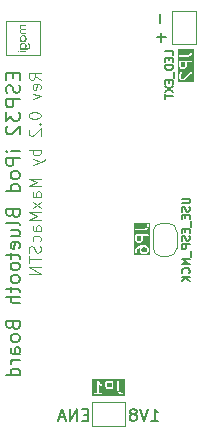
<source format=gbr>
%TF.GenerationSoftware,KiCad,Pcbnew,8.0.2-1*%
%TF.CreationDate,2025-02-04T16:39:29+07:00*%
%TF.ProjectId,ESP32-iPod-BLE,45535033-322d-4695-906f-642d424c452e,rev?*%
%TF.SameCoordinates,Original*%
%TF.FileFunction,Legend,Bot*%
%TF.FilePolarity,Positive*%
%FSLAX46Y46*%
G04 Gerber Fmt 4.6, Leading zero omitted, Abs format (unit mm)*
G04 Created by KiCad (PCBNEW 8.0.2-1) date 2025-02-04 16:39:29*
%MOMM*%
%LPD*%
G01*
G04 APERTURE LIST*
%ADD10C,0.150000*%
%ADD11C,0.000000*%
%ADD12C,0.200000*%
%ADD13C,0.100000*%
%ADD14C,0.120000*%
G04 APERTURE END LIST*
D10*
X125306533Y-86265350D02*
X125873200Y-86265350D01*
X125873200Y-86265350D02*
X125939866Y-86298684D01*
X125939866Y-86298684D02*
X125973200Y-86332017D01*
X125973200Y-86332017D02*
X126006533Y-86398684D01*
X126006533Y-86398684D02*
X126006533Y-86532017D01*
X126006533Y-86532017D02*
X125973200Y-86598684D01*
X125973200Y-86598684D02*
X125939866Y-86632017D01*
X125939866Y-86632017D02*
X125873200Y-86665350D01*
X125873200Y-86665350D02*
X125306533Y-86665350D01*
X125973200Y-86965350D02*
X126006533Y-87065350D01*
X126006533Y-87065350D02*
X126006533Y-87232017D01*
X126006533Y-87232017D02*
X125973200Y-87298683D01*
X125973200Y-87298683D02*
X125939866Y-87332017D01*
X125939866Y-87332017D02*
X125873200Y-87365350D01*
X125873200Y-87365350D02*
X125806533Y-87365350D01*
X125806533Y-87365350D02*
X125739866Y-87332017D01*
X125739866Y-87332017D02*
X125706533Y-87298683D01*
X125706533Y-87298683D02*
X125673200Y-87232017D01*
X125673200Y-87232017D02*
X125639866Y-87098683D01*
X125639866Y-87098683D02*
X125606533Y-87032017D01*
X125606533Y-87032017D02*
X125573200Y-86998683D01*
X125573200Y-86998683D02*
X125506533Y-86965350D01*
X125506533Y-86965350D02*
X125439866Y-86965350D01*
X125439866Y-86965350D02*
X125373200Y-86998683D01*
X125373200Y-86998683D02*
X125339866Y-87032017D01*
X125339866Y-87032017D02*
X125306533Y-87098683D01*
X125306533Y-87098683D02*
X125306533Y-87265350D01*
X125306533Y-87265350D02*
X125339866Y-87365350D01*
X125639866Y-87665350D02*
X125639866Y-87898684D01*
X126006533Y-87998684D02*
X126006533Y-87665350D01*
X126006533Y-87665350D02*
X125306533Y-87665350D01*
X125306533Y-87665350D02*
X125306533Y-87998684D01*
X126073200Y-88132017D02*
X126073200Y-88665350D01*
X125639866Y-88832016D02*
X125639866Y-89065350D01*
X126006533Y-89165350D02*
X126006533Y-88832016D01*
X126006533Y-88832016D02*
X125306533Y-88832016D01*
X125306533Y-88832016D02*
X125306533Y-89165350D01*
X125973200Y-89432016D02*
X126006533Y-89532016D01*
X126006533Y-89532016D02*
X126006533Y-89698683D01*
X126006533Y-89698683D02*
X125973200Y-89765349D01*
X125973200Y-89765349D02*
X125939866Y-89798683D01*
X125939866Y-89798683D02*
X125873200Y-89832016D01*
X125873200Y-89832016D02*
X125806533Y-89832016D01*
X125806533Y-89832016D02*
X125739866Y-89798683D01*
X125739866Y-89798683D02*
X125706533Y-89765349D01*
X125706533Y-89765349D02*
X125673200Y-89698683D01*
X125673200Y-89698683D02*
X125639866Y-89565349D01*
X125639866Y-89565349D02*
X125606533Y-89498683D01*
X125606533Y-89498683D02*
X125573200Y-89465349D01*
X125573200Y-89465349D02*
X125506533Y-89432016D01*
X125506533Y-89432016D02*
X125439866Y-89432016D01*
X125439866Y-89432016D02*
X125373200Y-89465349D01*
X125373200Y-89465349D02*
X125339866Y-89498683D01*
X125339866Y-89498683D02*
X125306533Y-89565349D01*
X125306533Y-89565349D02*
X125306533Y-89732016D01*
X125306533Y-89732016D02*
X125339866Y-89832016D01*
X126006533Y-90132016D02*
X125306533Y-90132016D01*
X125306533Y-90132016D02*
X125306533Y-90398683D01*
X125306533Y-90398683D02*
X125339866Y-90465350D01*
X125339866Y-90465350D02*
X125373200Y-90498683D01*
X125373200Y-90498683D02*
X125439866Y-90532016D01*
X125439866Y-90532016D02*
X125539866Y-90532016D01*
X125539866Y-90532016D02*
X125606533Y-90498683D01*
X125606533Y-90498683D02*
X125639866Y-90465350D01*
X125639866Y-90465350D02*
X125673200Y-90398683D01*
X125673200Y-90398683D02*
X125673200Y-90132016D01*
X126073200Y-90665350D02*
X126073200Y-91198683D01*
X126006533Y-91365349D02*
X125306533Y-91365349D01*
X125306533Y-91365349D02*
X125806533Y-91598683D01*
X125806533Y-91598683D02*
X125306533Y-91832016D01*
X125306533Y-91832016D02*
X126006533Y-91832016D01*
X125939866Y-92565349D02*
X125973200Y-92532016D01*
X125973200Y-92532016D02*
X126006533Y-92432016D01*
X126006533Y-92432016D02*
X126006533Y-92365349D01*
X126006533Y-92365349D02*
X125973200Y-92265349D01*
X125973200Y-92265349D02*
X125906533Y-92198683D01*
X125906533Y-92198683D02*
X125839866Y-92165349D01*
X125839866Y-92165349D02*
X125706533Y-92132016D01*
X125706533Y-92132016D02*
X125606533Y-92132016D01*
X125606533Y-92132016D02*
X125473200Y-92165349D01*
X125473200Y-92165349D02*
X125406533Y-92198683D01*
X125406533Y-92198683D02*
X125339866Y-92265349D01*
X125339866Y-92265349D02*
X125306533Y-92365349D01*
X125306533Y-92365349D02*
X125306533Y-92432016D01*
X125306533Y-92432016D02*
X125339866Y-92532016D01*
X125339866Y-92532016D02*
X125373200Y-92565349D01*
X126006533Y-92865349D02*
X125306533Y-92865349D01*
X126006533Y-93265349D02*
X125606533Y-92965349D01*
X125306533Y-93265349D02*
X125706533Y-92865349D01*
X123588866Y-72236779D02*
X123588866Y-72998684D01*
X123969819Y-72617731D02*
X123207914Y-72617731D01*
X123488866Y-70636779D02*
X123488866Y-71398684D01*
D11*
G36*
X112178020Y-73834385D02*
G01*
X111622713Y-73834387D01*
X111622713Y-73733951D01*
X112178019Y-73733949D01*
X112178020Y-73834385D01*
G37*
G36*
X111917308Y-73068173D02*
G01*
X111932294Y-73069187D01*
X111946962Y-73070875D01*
X111961310Y-73073238D01*
X111975333Y-73076272D01*
X111989030Y-73079979D01*
X112002397Y-73084354D01*
X112015433Y-73089397D01*
X112028133Y-73095109D01*
X112040497Y-73101486D01*
X112052520Y-73108528D01*
X112064199Y-73116233D01*
X112075534Y-73124601D01*
X112086517Y-73133630D01*
X112097150Y-73143318D01*
X112107429Y-73153665D01*
X112117544Y-73164693D01*
X112127018Y-73175945D01*
X112135846Y-73187422D01*
X112144027Y-73199119D01*
X112151562Y-73211032D01*
X112158447Y-73223161D01*
X112164683Y-73235504D01*
X112170268Y-73248057D01*
X112175201Y-73260814D01*
X112179478Y-73273778D01*
X112183101Y-73286941D01*
X112186071Y-73300305D01*
X112188380Y-73313866D01*
X112190034Y-73327621D01*
X112191023Y-73341565D01*
X112191354Y-73355700D01*
X112191232Y-73364238D01*
X112190865Y-73372705D01*
X112190253Y-73381098D01*
X112189397Y-73389416D01*
X112188298Y-73397658D01*
X112186957Y-73405819D01*
X112185374Y-73413901D01*
X112183550Y-73421900D01*
X112181485Y-73429815D01*
X112179180Y-73437642D01*
X112176636Y-73445385D01*
X112173853Y-73453035D01*
X112170832Y-73460593D01*
X112167573Y-73468059D01*
X112164077Y-73475429D01*
X112160346Y-73482700D01*
X112157846Y-73487353D01*
X112155271Y-73491909D01*
X112152620Y-73496364D01*
X112149891Y-73500721D01*
X112147090Y-73504979D01*
X112144209Y-73509138D01*
X112141255Y-73513200D01*
X112138226Y-73517163D01*
X112135125Y-73521028D01*
X112131946Y-73524795D01*
X112128695Y-73528465D01*
X112125370Y-73532037D01*
X112121973Y-73535512D01*
X112118503Y-73538892D01*
X112114960Y-73542171D01*
X112111345Y-73545354D01*
X112211357Y-73545355D01*
X112220639Y-73545270D01*
X112229632Y-73545017D01*
X112238335Y-73544597D01*
X112246747Y-73544008D01*
X112254867Y-73543252D01*
X112262694Y-73542329D01*
X112270226Y-73541239D01*
X112277463Y-73539983D01*
X112284404Y-73538561D01*
X112291047Y-73536973D01*
X112297393Y-73535218D01*
X112303437Y-73533298D01*
X112309181Y-73531215D01*
X112314624Y-73528966D01*
X112319763Y-73526553D01*
X112324599Y-73523976D01*
X112334817Y-73517758D01*
X112344361Y-73511119D01*
X112353232Y-73504042D01*
X112361432Y-73496511D01*
X112368964Y-73488507D01*
X112375829Y-73480014D01*
X112382030Y-73471015D01*
X112387570Y-73461495D01*
X112392448Y-73451434D01*
X112396671Y-73440817D01*
X112400237Y-73429627D01*
X112403150Y-73417846D01*
X112405412Y-73405458D01*
X112407025Y-73392448D01*
X112407991Y-73378795D01*
X112408313Y-73364484D01*
X112407868Y-73350063D01*
X112407307Y-73343017D01*
X112406523Y-73336084D01*
X112405513Y-73329256D01*
X112404280Y-73322538D01*
X112402820Y-73315927D01*
X112401135Y-73309426D01*
X112399223Y-73303029D01*
X112397083Y-73296739D01*
X112394718Y-73290555D01*
X112392122Y-73284475D01*
X112389300Y-73278499D01*
X112386249Y-73272626D01*
X112382969Y-73266858D01*
X112379460Y-73261192D01*
X112375721Y-73255628D01*
X112371751Y-73250163D01*
X112367553Y-73244799D01*
X112363122Y-73239537D01*
X112358460Y-73234371D01*
X112353567Y-73229305D01*
X112343082Y-73219467D01*
X112331665Y-73210016D01*
X112319313Y-73200946D01*
X112306023Y-73192254D01*
X112291791Y-73183933D01*
X112283959Y-73179594D01*
X112283959Y-73082545D01*
X112302690Y-73087201D01*
X112313801Y-73090225D01*
X112324666Y-73093699D01*
X112335285Y-73097622D01*
X112345658Y-73101990D01*
X112355778Y-73106806D01*
X112365651Y-73112065D01*
X112375268Y-73117768D01*
X112384633Y-73123913D01*
X112393742Y-73130497D01*
X112402594Y-73137521D01*
X112411188Y-73144982D01*
X112419521Y-73152880D01*
X112427592Y-73161211D01*
X112435401Y-73169977D01*
X112442946Y-73179174D01*
X112450223Y-73188801D01*
X112456918Y-73198385D01*
X112463185Y-73208123D01*
X112469026Y-73218010D01*
X112474442Y-73228048D01*
X112479429Y-73238232D01*
X112483991Y-73248562D01*
X112488119Y-73259033D01*
X112491817Y-73269645D01*
X112495083Y-73280395D01*
X112497916Y-73291281D01*
X112500317Y-73302297D01*
X112502283Y-73313446D01*
X112503814Y-73324722D01*
X112504909Y-73336125D01*
X112505565Y-73347651D01*
X112505786Y-73359299D01*
X112505891Y-73359511D01*
X112505803Y-73367221D01*
X112505530Y-73374913D01*
X112505078Y-73382584D01*
X112504446Y-73390234D01*
X112503634Y-73397861D01*
X112502643Y-73405463D01*
X112501473Y-73413039D01*
X112500122Y-73420590D01*
X112498596Y-73428111D01*
X112496889Y-73435602D01*
X112495005Y-73443062D01*
X112492943Y-73450491D01*
X112490704Y-73457883D01*
X112488288Y-73465242D01*
X112485695Y-73472561D01*
X112482926Y-73479844D01*
X112476497Y-73495112D01*
X112469554Y-73509641D01*
X112462100Y-73523431D01*
X112454137Y-73536478D01*
X112445668Y-73548781D01*
X112436694Y-73560337D01*
X112427217Y-73571146D01*
X112417242Y-73581205D01*
X112406770Y-73590513D01*
X112395802Y-73599066D01*
X112384342Y-73606867D01*
X112372390Y-73613908D01*
X112359952Y-73620191D01*
X112347029Y-73625712D01*
X112333620Y-73630472D01*
X112319731Y-73634466D01*
X112310703Y-73636471D01*
X112300433Y-73638201D01*
X112288897Y-73639656D01*
X112276074Y-73640843D01*
X112261942Y-73641762D01*
X112246477Y-73642413D01*
X112229659Y-73642803D01*
X112211464Y-73642933D01*
X111622924Y-73642933D01*
X111622924Y-73545461D01*
X111690236Y-73545460D01*
X111680774Y-73536847D01*
X111671919Y-73527757D01*
X111663671Y-73518191D01*
X111656030Y-73508152D01*
X111648997Y-73497640D01*
X111642572Y-73486661D01*
X111636755Y-73475210D01*
X111631549Y-73463296D01*
X111626953Y-73450912D01*
X111622968Y-73438067D01*
X111619594Y-73424760D01*
X111616832Y-73410993D01*
X111614683Y-73396770D01*
X111613148Y-73382088D01*
X111612225Y-73366951D01*
X111611916Y-73351362D01*
X111611960Y-73349774D01*
X111710025Y-73349774D01*
X111710131Y-73349774D01*
X111710338Y-73360033D01*
X111710957Y-73370054D01*
X111711992Y-73379844D01*
X111713443Y-73389404D01*
X111715313Y-73398740D01*
X111717606Y-73407852D01*
X111720316Y-73416750D01*
X111723453Y-73425431D01*
X111727014Y-73433904D01*
X111731005Y-73442173D01*
X111735420Y-73450240D01*
X111740268Y-73458105D01*
X111745549Y-73465780D01*
X111751265Y-73473263D01*
X111757413Y-73480560D01*
X111764000Y-73487677D01*
X111770885Y-73494436D01*
X111778004Y-73500749D01*
X111785352Y-73506616D01*
X111792927Y-73512040D01*
X111800720Y-73517022D01*
X111808729Y-73521559D01*
X111816953Y-73525659D01*
X111825383Y-73529320D01*
X111834017Y-73532545D01*
X111842850Y-73535335D01*
X111851877Y-73537691D01*
X111861095Y-73539616D01*
X111870499Y-73541111D01*
X111880085Y-73542174D01*
X111889848Y-73542813D01*
X111899784Y-73543026D01*
X111909712Y-73542810D01*
X111919453Y-73542160D01*
X111929016Y-73541074D01*
X111938400Y-73539554D01*
X111947610Y-73537592D01*
X111956651Y-73535190D01*
X111965525Y-73532345D01*
X111974238Y-73529057D01*
X111982793Y-73525320D01*
X111991189Y-73521135D01*
X111999435Y-73516501D01*
X112007536Y-73511416D01*
X112015491Y-73505873D01*
X112023306Y-73499877D01*
X112030985Y-73493424D01*
X112038532Y-73486511D01*
X112045100Y-73479978D01*
X112051235Y-73473267D01*
X112056936Y-73466373D01*
X112062202Y-73459283D01*
X112067040Y-73451990D01*
X112071449Y-73444483D01*
X112075430Y-73436754D01*
X112078986Y-73428792D01*
X112082118Y-73420587D01*
X112084827Y-73412134D01*
X112087116Y-73403417D01*
X112088984Y-73394433D01*
X112090434Y-73385165D01*
X112091471Y-73375610D01*
X112092089Y-73365756D01*
X112092296Y-73355595D01*
X112092072Y-73345406D01*
X112091404Y-73335473D01*
X112090288Y-73325793D01*
X112088723Y-73316362D01*
X112086706Y-73307176D01*
X112084235Y-73298230D01*
X112081310Y-73289523D01*
X112077929Y-73281049D01*
X112074088Y-73272803D01*
X112069785Y-73264784D01*
X112065020Y-73256987D01*
X112059791Y-73249406D01*
X112054095Y-73242040D01*
X112047932Y-73234884D01*
X112041298Y-73227934D01*
X112034193Y-73221187D01*
X112026997Y-73214808D01*
X112019617Y-73208851D01*
X112012047Y-73203314D01*
X112004284Y-73198193D01*
X111996326Y-73193491D01*
X111988164Y-73189203D01*
X111979797Y-73185330D01*
X111971222Y-73181868D01*
X111962434Y-73178821D01*
X111953426Y-73176183D01*
X111944199Y-73173955D01*
X111934745Y-73172133D01*
X111925063Y-73170719D01*
X111915146Y-73169709D01*
X111904995Y-73169106D01*
X111894598Y-73168904D01*
X111885132Y-73169107D01*
X111875856Y-73169715D01*
X111866771Y-73170732D01*
X111857871Y-73172156D01*
X111849153Y-73173991D01*
X111840615Y-73176239D01*
X111832251Y-73178899D01*
X111824060Y-73181975D01*
X111816037Y-73185468D01*
X111808181Y-73189379D01*
X111800485Y-73193710D01*
X111792949Y-73198461D01*
X111785567Y-73203637D01*
X111778338Y-73209237D01*
X111771257Y-73215263D01*
X111764317Y-73221716D01*
X111757690Y-73228421D01*
X111751500Y-73235284D01*
X111745748Y-73242307D01*
X111740431Y-73249494D01*
X111735546Y-73256849D01*
X111731093Y-73264374D01*
X111727072Y-73272073D01*
X111723479Y-73279951D01*
X111720314Y-73288009D01*
X111717576Y-73296252D01*
X111715263Y-73304683D01*
X111713374Y-73313304D01*
X111711905Y-73322121D01*
X111710859Y-73331136D01*
X111710234Y-73340352D01*
X111710025Y-73349774D01*
X111611960Y-73349774D01*
X111612380Y-73334698D01*
X111613766Y-73318317D01*
X111616075Y-73302227D01*
X111619304Y-73286429D01*
X111623454Y-73270929D01*
X111628521Y-73255729D01*
X111634505Y-73240831D01*
X111641405Y-73226240D01*
X111649221Y-73211960D01*
X111657946Y-73197993D01*
X111667583Y-73184342D01*
X111678130Y-73171012D01*
X111689586Y-73158005D01*
X111701950Y-73145327D01*
X111715218Y-73132977D01*
X111729391Y-73120963D01*
X111737737Y-73114558D01*
X111746416Y-73108561D01*
X111755428Y-73102972D01*
X111764772Y-73097792D01*
X111774445Y-73093023D01*
X111784446Y-73088664D01*
X111794770Y-73084718D01*
X111805420Y-73081183D01*
X111816390Y-73078060D01*
X111827679Y-73075352D01*
X111839286Y-73073058D01*
X111851208Y-73071182D01*
X111863443Y-73069717D01*
X111875988Y-73068672D01*
X111888844Y-73068046D01*
X111894598Y-73067952D01*
X111902007Y-73067833D01*
X111917308Y-73068173D01*
G37*
G36*
X112162886Y-71548704D02*
G01*
X112162886Y-71618870D01*
X111861578Y-71618870D01*
X111852237Y-71618972D01*
X111843222Y-71619274D01*
X111834535Y-71619773D01*
X111826174Y-71620476D01*
X111818139Y-71621379D01*
X111810430Y-71622482D01*
X111803046Y-71623784D01*
X111795988Y-71625286D01*
X111789255Y-71626987D01*
X111782846Y-71628890D01*
X111776761Y-71630991D01*
X111771001Y-71633293D01*
X111765567Y-71635791D01*
X111760451Y-71638488D01*
X111755661Y-71641388D01*
X111751195Y-71644482D01*
X111744370Y-71649822D01*
X111737988Y-71655406D01*
X111732045Y-71661234D01*
X111726546Y-71667307D01*
X111721487Y-71673621D01*
X111716868Y-71680182D01*
X111712691Y-71686987D01*
X111708953Y-71694038D01*
X111705656Y-71701335D01*
X111702799Y-71708877D01*
X111700382Y-71716665D01*
X111698405Y-71724700D01*
X111696868Y-71732982D01*
X111695769Y-71741511D01*
X111695109Y-71750287D01*
X111694893Y-71759311D01*
X111695139Y-71768345D01*
X111695883Y-71777150D01*
X111697124Y-71785726D01*
X111698862Y-71794076D01*
X111701095Y-71802195D01*
X111703827Y-71810086D01*
X111705378Y-71813945D01*
X111707056Y-71817747D01*
X111708853Y-71821492D01*
X111710778Y-71825178D01*
X111715001Y-71832381D01*
X111719721Y-71839356D01*
X111724939Y-71846099D01*
X111730654Y-71852611D01*
X111736869Y-71858895D01*
X111743579Y-71864948D01*
X111750788Y-71870769D01*
X111758496Y-71876363D01*
X111763179Y-71879380D01*
X111768097Y-71882202D01*
X111773249Y-71884828D01*
X111778636Y-71887259D01*
X111784259Y-71889494D01*
X111790117Y-71891534D01*
X111796209Y-71893379D01*
X111802535Y-71895029D01*
X111809098Y-71896486D01*
X111815892Y-71897745D01*
X111822923Y-71898812D01*
X111830187Y-71899684D01*
X111837684Y-71900363D01*
X111845416Y-71900846D01*
X111853380Y-71901138D01*
X111861577Y-71901233D01*
X112162886Y-71901233D01*
X112162886Y-71972142D01*
X111869622Y-71972142D01*
X111859937Y-71972207D01*
X111850648Y-71972403D01*
X111841750Y-71972734D01*
X111833241Y-71973200D01*
X111825120Y-71973806D01*
X111817383Y-71974554D01*
X111810028Y-71975444D01*
X111803052Y-71976481D01*
X111797279Y-71977424D01*
X111791628Y-71978623D01*
X111786098Y-71980083D01*
X111780693Y-71981799D01*
X111775411Y-71983774D01*
X111770253Y-71986006D01*
X111765218Y-71988496D01*
X111760308Y-71991245D01*
X111755525Y-71994251D01*
X111750865Y-71997515D01*
X111746334Y-72001038D01*
X111741929Y-72004818D01*
X111737650Y-72008856D01*
X111733499Y-72013152D01*
X111729477Y-72017706D01*
X111725582Y-72022520D01*
X111721872Y-72027493D01*
X111718399Y-72032535D01*
X111715165Y-72037645D01*
X111712170Y-72042820D01*
X111709413Y-72048064D01*
X111706895Y-72053376D01*
X111704616Y-72058756D01*
X111702577Y-72064203D01*
X111700776Y-72069719D01*
X111699216Y-72075304D01*
X111697895Y-72080957D01*
X111696814Y-72086678D01*
X111695973Y-72092469D01*
X111695372Y-72098328D01*
X111695011Y-72104255D01*
X111694891Y-72110255D01*
X111695129Y-72119539D01*
X111695848Y-72128580D01*
X111697045Y-72137377D01*
X111698722Y-72145929D01*
X111700878Y-72154239D01*
X111703513Y-72162303D01*
X111706627Y-72170122D01*
X111710222Y-72177697D01*
X111714297Y-72185025D01*
X111718853Y-72192108D01*
X111723888Y-72198946D01*
X111729404Y-72205534D01*
X111735400Y-72211876D01*
X111741877Y-72217973D01*
X111748835Y-72223822D01*
X111756274Y-72229423D01*
X111760995Y-72232614D01*
X111766031Y-72235599D01*
X111771384Y-72238378D01*
X111777050Y-72240953D01*
X111783032Y-72243319D01*
X111789330Y-72245481D01*
X111795940Y-72247437D01*
X111802869Y-72249187D01*
X111810109Y-72250730D01*
X111817665Y-72252069D01*
X111825537Y-72253202D01*
X111833724Y-72254128D01*
X111842226Y-72254849D01*
X111851043Y-72255363D01*
X111860175Y-72255672D01*
X111869622Y-72255775D01*
X112162886Y-72255775D01*
X112162886Y-72326684D01*
X111864541Y-72326683D01*
X111851407Y-72326488D01*
X111838715Y-72325907D01*
X111826463Y-72324931D01*
X111814653Y-72323570D01*
X111803283Y-72321819D01*
X111792355Y-72319679D01*
X111781866Y-72317151D01*
X111771818Y-72314235D01*
X111762211Y-72310929D01*
X111753043Y-72307238D01*
X111744316Y-72303157D01*
X111736028Y-72298689D01*
X111728181Y-72293834D01*
X111720772Y-72288590D01*
X111713802Y-72282959D01*
X111707273Y-72276942D01*
X111697527Y-72266968D01*
X111688412Y-72256969D01*
X111679925Y-72246946D01*
X111672069Y-72236899D01*
X111664842Y-72226830D01*
X111658245Y-72216737D01*
X111652275Y-72206620D01*
X111646935Y-72196482D01*
X111642224Y-72186321D01*
X111638142Y-72176138D01*
X111634688Y-72165934D01*
X111631862Y-72155706D01*
X111629665Y-72145459D01*
X111628095Y-72135191D01*
X111627154Y-72124902D01*
X111626840Y-72114593D01*
X111626923Y-72108479D01*
X111627168Y-72102399D01*
X111627577Y-72096355D01*
X111628153Y-72090345D01*
X111628893Y-72084368D01*
X111629797Y-72078428D01*
X111630869Y-72072522D01*
X111632105Y-72066651D01*
X111633508Y-72060814D01*
X111635077Y-72055013D01*
X111636813Y-72049245D01*
X111638716Y-72043513D01*
X111640788Y-72037815D01*
X111643025Y-72032152D01*
X111645432Y-72026524D01*
X111648008Y-72020931D01*
X111650899Y-72014995D01*
X111653900Y-72009253D01*
X111657010Y-72003706D01*
X111660229Y-71998350D01*
X111663555Y-71993189D01*
X111666991Y-71988223D01*
X111670535Y-71983452D01*
X111674187Y-71978876D01*
X111677947Y-71974493D01*
X111681814Y-71970306D01*
X111685789Y-71966313D01*
X111689871Y-71962516D01*
X111694062Y-71958914D01*
X111698359Y-71955508D01*
X111702763Y-71952296D01*
X111707273Y-71949281D01*
X111725582Y-71937534D01*
X111722586Y-71935733D01*
X111719790Y-71933981D01*
X111717193Y-71932275D01*
X111714801Y-71930615D01*
X111713679Y-71929802D01*
X111712611Y-71928999D01*
X111711592Y-71928211D01*
X111710625Y-71927429D01*
X111709710Y-71926658D01*
X111708846Y-71925899D01*
X111708033Y-71925150D01*
X111707273Y-71924411D01*
X111697527Y-71916130D01*
X111688413Y-71907556D01*
X111679925Y-71898686D01*
X111672069Y-71889521D01*
X111664842Y-71880055D01*
X111658244Y-71870288D01*
X111652275Y-71860216D01*
X111646935Y-71849837D01*
X111642223Y-71839150D01*
X111638142Y-71828154D01*
X111634687Y-71816842D01*
X111631863Y-71805215D01*
X111629665Y-71793269D01*
X111628094Y-71781003D01*
X111627154Y-71768415D01*
X111626840Y-71755500D01*
X111627154Y-71742693D01*
X111627546Y-71736491D01*
X111628095Y-71730423D01*
X111628800Y-71724490D01*
X111629665Y-71718691D01*
X111630685Y-71713027D01*
X111631863Y-71707497D01*
X111633198Y-71702102D01*
X111634690Y-71696841D01*
X111636336Y-71691713D01*
X111638141Y-71686722D01*
X111640104Y-71681864D01*
X111642223Y-71677140D01*
X111644501Y-71672553D01*
X111646935Y-71668095D01*
X111649526Y-71663775D01*
X111652275Y-71659589D01*
X111655180Y-71655536D01*
X111658244Y-71651618D01*
X111661465Y-71647834D01*
X111664842Y-71644184D01*
X111668376Y-71640668D01*
X111672069Y-71637287D01*
X111675919Y-71634039D01*
X111679925Y-71630926D01*
X111684092Y-71627947D01*
X111688412Y-71625101D01*
X111692890Y-71622390D01*
X111697527Y-71619812D01*
X111702323Y-71617369D01*
X111707273Y-71615060D01*
X111637846Y-71615060D01*
X111637847Y-71548703D01*
X112162886Y-71548704D01*
G37*
G36*
X113354251Y-71206226D02*
G01*
X113449501Y-71206226D01*
X113449501Y-74206177D01*
X110449550Y-74206177D01*
X110449550Y-74110928D01*
X110544799Y-74110928D01*
X113354252Y-74110928D01*
X113354252Y-71301475D01*
X110544800Y-71301476D01*
X110544799Y-74110928D01*
X110449550Y-74110928D01*
X110449550Y-71206226D01*
X113354251Y-71206226D01*
G37*
G36*
X111637847Y-71548703D02*
G01*
X111637741Y-71548703D01*
X111637847Y-71548491D01*
X111637847Y-71548703D01*
G37*
G36*
X111554026Y-73819251D02*
G01*
X111453591Y-73819250D01*
X111453591Y-73749083D01*
X111554027Y-73749083D01*
X111554026Y-73819251D01*
G37*
G36*
X112177913Y-71633793D02*
G01*
X111861472Y-71633793D01*
X111852796Y-71633882D01*
X111844423Y-71634149D01*
X111836360Y-71634595D01*
X111828605Y-71635218D01*
X111821160Y-71636019D01*
X111814026Y-71636996D01*
X111807204Y-71638149D01*
X111800697Y-71639481D01*
X111794506Y-71640988D01*
X111788630Y-71642671D01*
X111783071Y-71644529D01*
X111777831Y-71646561D01*
X111772911Y-71648769D01*
X111768313Y-71651153D01*
X111764037Y-71653710D01*
X111760084Y-71656443D01*
X111753957Y-71661229D01*
X111748236Y-71666225D01*
X111742918Y-71671435D01*
X111738002Y-71676857D01*
X111733489Y-71682495D01*
X111729375Y-71688347D01*
X111725661Y-71694416D01*
X111722341Y-71700706D01*
X111719419Y-71707215D01*
X111716890Y-71713949D01*
X111714754Y-71720905D01*
X111713011Y-71728087D01*
X111711656Y-71735496D01*
X111710690Y-71743133D01*
X111710112Y-71750999D01*
X111709919Y-71759099D01*
X111710139Y-71767202D01*
X111710799Y-71775082D01*
X111711900Y-71782742D01*
X111713445Y-71790185D01*
X111714383Y-71793826D01*
X111715433Y-71797411D01*
X111716594Y-71800947D01*
X111717867Y-71804429D01*
X111719251Y-71807858D01*
X111720747Y-71811236D01*
X111722354Y-71814562D01*
X111724073Y-71817837D01*
X111725907Y-71821061D01*
X111727852Y-71824234D01*
X111732078Y-71830430D01*
X111736758Y-71836431D01*
X111741887Y-71842235D01*
X111747472Y-71847846D01*
X111753514Y-71853269D01*
X111760009Y-71858504D01*
X111766962Y-71863557D01*
X111771150Y-71866231D01*
X111775574Y-71868734D01*
X111780233Y-71871070D01*
X111785127Y-71873236D01*
X111790252Y-71875230D01*
X111795607Y-71877054D01*
X111801192Y-71878706D01*
X111807008Y-71880186D01*
X111813051Y-71881494D01*
X111819317Y-71882629D01*
X111825807Y-71883590D01*
X111832522Y-71884378D01*
X111839458Y-71884991D01*
X111846613Y-71885430D01*
X111853986Y-71885694D01*
X111861580Y-71885782D01*
X112178020Y-71885782D01*
X112178020Y-71986958D01*
X111869622Y-71986957D01*
X111860276Y-71987023D01*
X111851293Y-71987218D01*
X111842671Y-71987544D01*
X111834419Y-71988004D01*
X111826539Y-71988598D01*
X111819036Y-71989325D01*
X111811910Y-71990191D01*
X111805168Y-71991192D01*
X111800073Y-71992035D01*
X111795101Y-71993098D01*
X111790251Y-71994382D01*
X111785522Y-71995886D01*
X111780912Y-71997615D01*
X111776418Y-71999565D01*
X111772038Y-72001741D01*
X111767770Y-72004143D01*
X111763612Y-72006772D01*
X111759565Y-72009630D01*
X111755623Y-72012716D01*
X111751785Y-72016030D01*
X111748049Y-72019579D01*
X111744416Y-72023359D01*
X111740877Y-72027372D01*
X111737436Y-72031620D01*
X111734075Y-72036125D01*
X111730936Y-72040672D01*
X111728020Y-72045264D01*
X111725323Y-72049903D01*
X111722847Y-72054591D01*
X111720590Y-72059332D01*
X111718552Y-72064129D01*
X111716731Y-72068979D01*
X111715129Y-72073892D01*
X111713742Y-72078865D01*
X111712571Y-72083903D01*
X111711614Y-72089007D01*
X111710871Y-72094183D01*
X111710341Y-72099428D01*
X111710025Y-72104753D01*
X111709919Y-72110148D01*
X111710130Y-72118557D01*
X111710765Y-72126722D01*
X111711824Y-72134645D01*
X111713310Y-72142330D01*
X111715227Y-72149780D01*
X111717571Y-72156998D01*
X111720347Y-72163987D01*
X111723558Y-72170750D01*
X111727204Y-72177292D01*
X111731287Y-72183617D01*
X111735809Y-72189726D01*
X111740773Y-72195620D01*
X111746177Y-72201307D01*
X111752024Y-72206788D01*
X111758317Y-72212067D01*
X111765058Y-72217146D01*
X111769283Y-72219974D01*
X111773823Y-72222622D01*
X111778674Y-72225091D01*
X111783836Y-72227380D01*
X111789310Y-72229489D01*
X111795091Y-72231417D01*
X111801181Y-72233165D01*
X111807577Y-72234727D01*
X111814277Y-72236110D01*
X111821282Y-72237309D01*
X111828590Y-72238325D01*
X111836198Y-72239158D01*
X111844107Y-72239806D01*
X111852315Y-72240269D01*
X111860820Y-72240550D01*
X111869622Y-72240640D01*
X112177808Y-72240641D01*
X112177808Y-72341712D01*
X111864330Y-72341711D01*
X111850499Y-72341499D01*
X111837098Y-72340860D01*
X111824135Y-72339795D01*
X111811612Y-72338307D01*
X111799530Y-72336394D01*
X111787892Y-72334059D01*
X111776700Y-72331303D01*
X111765958Y-72328124D01*
X111755667Y-72324527D01*
X111745829Y-72320508D01*
X111736449Y-72316074D01*
X111727527Y-72311216D01*
X111719067Y-72305943D01*
X111711070Y-72300255D01*
X111703541Y-72294151D01*
X111696478Y-72287632D01*
X111686246Y-72277125D01*
X111676666Y-72266565D01*
X111667738Y-72255954D01*
X111659463Y-72245294D01*
X111651843Y-72234584D01*
X111644879Y-72223834D01*
X111638574Y-72213041D01*
X111632925Y-72202212D01*
X111627937Y-72191342D01*
X111623610Y-72180443D01*
X111619946Y-72169511D01*
X111616944Y-72158552D01*
X111614608Y-72147568D01*
X111612938Y-72136560D01*
X111611935Y-72125533D01*
X111611600Y-72114488D01*
X111611689Y-72107991D01*
X111611957Y-72101522D01*
X111612403Y-72095079D01*
X111613025Y-72088667D01*
X111613826Y-72082284D01*
X111614803Y-72075932D01*
X111615958Y-72069616D01*
X111617288Y-72063332D01*
X111618794Y-72057083D01*
X111620479Y-72050873D01*
X111622336Y-72044701D01*
X111624369Y-72038572D01*
X111626577Y-72032481D01*
X111628960Y-72026434D01*
X111631516Y-72020431D01*
X111634248Y-72014474D01*
X111637329Y-72008124D01*
X111640537Y-72001970D01*
X111643873Y-71996013D01*
X111647334Y-71990254D01*
X111650923Y-71984695D01*
X111654634Y-71979337D01*
X111658469Y-71974176D01*
X111662426Y-71969218D01*
X111666506Y-71964463D01*
X111670705Y-71959909D01*
X111675024Y-71955561D01*
X111679463Y-71951417D01*
X111684018Y-71947477D01*
X111688691Y-71943744D01*
X111693481Y-71940218D01*
X111698383Y-71936900D01*
X111697642Y-71936158D01*
X111687275Y-71927334D01*
X111677566Y-71918169D01*
X111668520Y-71908664D01*
X111660133Y-71898822D01*
X111652409Y-71888647D01*
X111645350Y-71878142D01*
X111638956Y-71867310D01*
X111633230Y-71856148D01*
X111628171Y-71844667D01*
X111623784Y-71832866D01*
X111620066Y-71820747D01*
X111617022Y-71808315D01*
X111614652Y-71795572D01*
X111612957Y-71782519D01*
X111611939Y-71769162D01*
X111611600Y-71755503D01*
X111611780Y-71745485D01*
X111612319Y-71735757D01*
X111613218Y-71726319D01*
X111614472Y-71717169D01*
X111616088Y-71708311D01*
X111618057Y-71699743D01*
X111620385Y-71691466D01*
X111623070Y-71683482D01*
X111626110Y-71675789D01*
X111629506Y-71668391D01*
X111633257Y-71661286D01*
X111637362Y-71654478D01*
X111641822Y-71647962D01*
X111646635Y-71641743D01*
X111651801Y-71635820D01*
X111657319Y-71630194D01*
X111622609Y-71630194D01*
X111622607Y-71533357D01*
X112177913Y-71533357D01*
X112177913Y-71633793D01*
G37*
G36*
X111901795Y-72427608D02*
G01*
X111902565Y-72427617D01*
X111909161Y-72427840D01*
X111915761Y-72428212D01*
X111922366Y-72428733D01*
X111928977Y-72429403D01*
X111935592Y-72430221D01*
X111942212Y-72431189D01*
X111948838Y-72432305D01*
X111955469Y-72433570D01*
X111962103Y-72434986D01*
X111968744Y-72436547D01*
X111975391Y-72438258D01*
X111988693Y-72442128D01*
X112002018Y-72446593D01*
X112007226Y-72448522D01*
X112012248Y-72450462D01*
X112017089Y-72452411D01*
X112021746Y-72454373D01*
X112026219Y-72456344D01*
X112030510Y-72458326D01*
X112034619Y-72460318D01*
X112038545Y-72462322D01*
X112042289Y-72464338D01*
X112045850Y-72466363D01*
X112049230Y-72468401D01*
X112052427Y-72470450D01*
X112055443Y-72472511D01*
X112058278Y-72474584D01*
X112060931Y-72476668D01*
X112063402Y-72478766D01*
X112077033Y-72491413D01*
X112089785Y-72504310D01*
X112101658Y-72517458D01*
X112112653Y-72530856D01*
X112122769Y-72544508D01*
X112132007Y-72558409D01*
X112140365Y-72572562D01*
X112147844Y-72586967D01*
X112154445Y-72601624D01*
X112160165Y-72616531D01*
X112165004Y-72631693D01*
X112168966Y-72647106D01*
X112172047Y-72662770D01*
X112174248Y-72678688D01*
X112175569Y-72694858D01*
X112176008Y-72711282D01*
X112175570Y-72728783D01*
X112175021Y-72737293D01*
X112174253Y-72745646D01*
X112173264Y-72753838D01*
X112172056Y-72761870D01*
X112170628Y-72769744D01*
X112168981Y-72777457D01*
X112167114Y-72785010D01*
X112165026Y-72792405D01*
X112162720Y-72799641D01*
X112160191Y-72806713D01*
X112157446Y-72813629D01*
X112154478Y-72820384D01*
X112151293Y-72826978D01*
X112147884Y-72833412D01*
X112144257Y-72839687D01*
X112140409Y-72845803D01*
X112136340Y-72851758D01*
X112132053Y-72857553D01*
X112127545Y-72863187D01*
X112122816Y-72868662D01*
X112117867Y-72873976D01*
X112112698Y-72879131D01*
X112107308Y-72884124D01*
X112101697Y-72888957D01*
X112095866Y-72893631D01*
X112089815Y-72898142D01*
X112083543Y-72902493D01*
X112077050Y-72906687D01*
X112070337Y-72910717D01*
X112063403Y-72914588D01*
X112162886Y-72914588D01*
X112162886Y-72981899D01*
X111637741Y-72981897D01*
X111637741Y-72914587D01*
X111737224Y-72914587D01*
X111723863Y-72906845D01*
X111711363Y-72898419D01*
X111699724Y-72889313D01*
X111688946Y-72879527D01*
X111679028Y-72869059D01*
X111669974Y-72857910D01*
X111661781Y-72846081D01*
X111654449Y-72833572D01*
X111647980Y-72820382D01*
X111642372Y-72806515D01*
X111637628Y-72791969D01*
X111633743Y-72776743D01*
X111630724Y-72760839D01*
X111628566Y-72744257D01*
X111627271Y-72726997D01*
X111626843Y-72709164D01*
X111694890Y-72709164D01*
X111695128Y-72720102D01*
X111695843Y-72730805D01*
X111697032Y-72741277D01*
X111698697Y-72751512D01*
X111700837Y-72761515D01*
X111703452Y-72771286D01*
X111706540Y-72780823D01*
X111710104Y-72790129D01*
X111714141Y-72799199D01*
X111718652Y-72808037D01*
X111723635Y-72816641D01*
X111729093Y-72825013D01*
X111735022Y-72833151D01*
X111741421Y-72841056D01*
X111748294Y-72848729D01*
X111755639Y-72856168D01*
X111763347Y-72863261D01*
X111771271Y-72869897D01*
X111779411Y-72876070D01*
X111787765Y-72881788D01*
X111796337Y-72887047D01*
X111805125Y-72891847D01*
X111814127Y-72896190D01*
X111823346Y-72900077D01*
X111832780Y-72903503D01*
X111842430Y-72906473D01*
X111852296Y-72908985D01*
X111862379Y-72911042D01*
X111872678Y-72912639D01*
X111883192Y-72913781D01*
X111893920Y-72914465D01*
X111904864Y-72914694D01*
X111915019Y-72914456D01*
X111925005Y-72913741D01*
X111934825Y-72912552D01*
X111944472Y-72910887D01*
X111953951Y-72908747D01*
X111963264Y-72906134D01*
X111972407Y-72903044D01*
X111981382Y-72899480D01*
X111990187Y-72895443D01*
X111998823Y-72890933D01*
X112007291Y-72885949D01*
X112015591Y-72880493D01*
X112023723Y-72874566D01*
X112031684Y-72868163D01*
X112039480Y-72861290D01*
X112047104Y-72853945D01*
X112054409Y-72846313D01*
X112061243Y-72838569D01*
X112067605Y-72830702D01*
X112073496Y-72822696D01*
X112078916Y-72814541D01*
X112083865Y-72806225D01*
X112088342Y-72797733D01*
X112092348Y-72789057D01*
X112095882Y-72780180D01*
X112098947Y-72771088D01*
X112101538Y-72761773D01*
X112103659Y-72752221D01*
X112105308Y-72742419D01*
X112106486Y-72732354D01*
X112107195Y-72722015D01*
X112107429Y-72711388D01*
X112107195Y-72700700D01*
X112106491Y-72690190D01*
X112105319Y-72679857D01*
X112103680Y-72669701D01*
X112101569Y-72659723D01*
X112098990Y-72649923D01*
X112095943Y-72640303D01*
X112092427Y-72630863D01*
X112088442Y-72621600D01*
X112083989Y-72612520D01*
X112079066Y-72603618D01*
X112073675Y-72594900D01*
X112067815Y-72586362D01*
X112061486Y-72578007D01*
X112054688Y-72569834D01*
X112047423Y-72561845D01*
X112039821Y-72554174D01*
X112032022Y-72547002D01*
X112024025Y-72540324D01*
X112015829Y-72534142D01*
X112007434Y-72528455D01*
X111998838Y-72523263D01*
X111990045Y-72518567D01*
X111981051Y-72514366D01*
X111971858Y-72510659D01*
X111962465Y-72507447D01*
X111952870Y-72504730D01*
X111943078Y-72502506D01*
X111933084Y-72500779D01*
X111922890Y-72499544D01*
X111912496Y-72498804D01*
X111901901Y-72498557D01*
X111901795Y-72498557D01*
X111891119Y-72498799D01*
X111880647Y-72499525D01*
X111870374Y-72500735D01*
X111860303Y-72502432D01*
X111850434Y-72504609D01*
X111840766Y-72507274D01*
X111831300Y-72510425D01*
X111822036Y-72514061D01*
X111812974Y-72518183D01*
X111804116Y-72522793D01*
X111795458Y-72527889D01*
X111787004Y-72533472D01*
X111778752Y-72539542D01*
X111770704Y-72546100D01*
X111762858Y-72553147D01*
X111755216Y-72560681D01*
X111747911Y-72568538D01*
X111741077Y-72576554D01*
X111734714Y-72584738D01*
X111728825Y-72593094D01*
X111723404Y-72601630D01*
X111718455Y-72610351D01*
X111713979Y-72619263D01*
X111709971Y-72628375D01*
X111706437Y-72637690D01*
X111703374Y-72647217D01*
X111700781Y-72656962D01*
X111698661Y-72666929D01*
X111697013Y-72677127D01*
X111695832Y-72687562D01*
X111695126Y-72698239D01*
X111694890Y-72709164D01*
X111626843Y-72709164D01*
X111626840Y-72709059D01*
X111627270Y-72694130D01*
X111628561Y-72679309D01*
X111630715Y-72664594D01*
X111633729Y-72649985D01*
X111637605Y-72635485D01*
X111642344Y-72621093D01*
X111647945Y-72606807D01*
X111654410Y-72592629D01*
X111661737Y-72578559D01*
X111669929Y-72564598D01*
X111678982Y-72550744D01*
X111688901Y-72536998D01*
X111699685Y-72523362D01*
X111711333Y-72509834D01*
X111723846Y-72496415D01*
X111737224Y-72483105D01*
X111739787Y-72480735D01*
X111742513Y-72478387D01*
X111745403Y-72476061D01*
X111748457Y-72473760D01*
X111751677Y-72471481D01*
X111755059Y-72469225D01*
X111758609Y-72466992D01*
X111762319Y-72464783D01*
X111766197Y-72462596D01*
X111770240Y-72460435D01*
X111778822Y-72456182D01*
X111788065Y-72452028D01*
X111797972Y-72447968D01*
X111804439Y-72445489D01*
X111810861Y-72443171D01*
X111817237Y-72441014D01*
X111823569Y-72439017D01*
X111829856Y-72437181D01*
X111836098Y-72435506D01*
X111842292Y-72433991D01*
X111848442Y-72432636D01*
X111854545Y-72431442D01*
X111860603Y-72430406D01*
X111866615Y-72429530D01*
X111872580Y-72428814D01*
X111878499Y-72428260D01*
X111884371Y-72427860D01*
X111890196Y-72427622D01*
X111895974Y-72427543D01*
X111901795Y-72427608D01*
G37*
G36*
X112162991Y-73819251D02*
G01*
X111637847Y-73819251D01*
X111637846Y-73749083D01*
X112162991Y-73749083D01*
X112162991Y-73819251D01*
G37*
G36*
X111569056Y-73834385D02*
G01*
X111438457Y-73834385D01*
X111438458Y-73733949D01*
X111569056Y-73733949D01*
X111569056Y-73834385D01*
G37*
G36*
X111916252Y-73083286D02*
G01*
X111930493Y-73084238D01*
X111944414Y-73085825D01*
X111958009Y-73088047D01*
X111971285Y-73090903D01*
X111984240Y-73094393D01*
X111996875Y-73098517D01*
X112009189Y-73103275D01*
X112021184Y-73108667D01*
X112032859Y-73114692D01*
X112044214Y-73121351D01*
X112055249Y-73128644D01*
X112065969Y-73136569D01*
X112076367Y-73145127D01*
X112086448Y-73154319D01*
X112096210Y-73164142D01*
X112105861Y-73174657D01*
X112114889Y-73185364D01*
X112123295Y-73196268D01*
X112131076Y-73207364D01*
X112138236Y-73218654D01*
X112144773Y-73230138D01*
X112150688Y-73241817D01*
X112155980Y-73253691D01*
X112160649Y-73265759D01*
X112164697Y-73278022D01*
X112168121Y-73290480D01*
X112170923Y-73303133D01*
X112173103Y-73315982D01*
X112174657Y-73329026D01*
X112175592Y-73342265D01*
X112175903Y-73355700D01*
X112175789Y-73363796D01*
X112175447Y-73371809D01*
X112174876Y-73379742D01*
X112174078Y-73387593D01*
X112173051Y-73395364D01*
X112171796Y-73403054D01*
X112170312Y-73410666D01*
X112168600Y-73418195D01*
X112166661Y-73425647D01*
X112164493Y-73433019D01*
X112162098Y-73440313D01*
X112159473Y-73447529D01*
X112156620Y-73454665D01*
X112153539Y-73461724D01*
X112150231Y-73468706D01*
X112146694Y-73475610D01*
X112142668Y-73482973D01*
X112138448Y-73490061D01*
X112134035Y-73496874D01*
X112129429Y-73503413D01*
X112124626Y-73509678D01*
X112119632Y-73515665D01*
X112114441Y-73521379D01*
X112109056Y-73526820D01*
X112103477Y-73531986D01*
X112097703Y-73536879D01*
X112091733Y-73541497D01*
X112085570Y-73545843D01*
X112079211Y-73549913D01*
X112072655Y-73553712D01*
X112065903Y-73557236D01*
X112058959Y-73560488D01*
X112211146Y-73560487D01*
X112220956Y-73560397D01*
X112230463Y-73560120D01*
X112239669Y-73559663D01*
X112248571Y-73559022D01*
X112257170Y-73558197D01*
X112265468Y-73557192D01*
X112273463Y-73556000D01*
X112281155Y-73554628D01*
X112288545Y-73553073D01*
X112295631Y-73551336D01*
X112302414Y-73549418D01*
X112308896Y-73547317D01*
X112315074Y-73545035D01*
X112320951Y-73542571D01*
X112326525Y-73539925D01*
X112331796Y-73537098D01*
X112342869Y-73530374D01*
X112353227Y-73523167D01*
X112362871Y-73515464D01*
X112371801Y-73507256D01*
X112380015Y-73498525D01*
X112387519Y-73489264D01*
X112394304Y-73479455D01*
X112400376Y-73469088D01*
X112405734Y-73458149D01*
X112410377Y-73446626D01*
X112414306Y-73434504D01*
X112417523Y-73421772D01*
X112420021Y-73408417D01*
X112421808Y-73394427D01*
X112422880Y-73379787D01*
X112423236Y-73364485D01*
X112422750Y-73349070D01*
X112422142Y-73341526D01*
X112421291Y-73334093D01*
X112420198Y-73326772D01*
X112418861Y-73319561D01*
X112417281Y-73312461D01*
X112415458Y-73305468D01*
X112413393Y-73298587D01*
X112411085Y-73291816D01*
X112408533Y-73285156D01*
X112405739Y-73278605D01*
X112402703Y-73272165D01*
X112399422Y-73265835D01*
X112395900Y-73259615D01*
X112392134Y-73253505D01*
X112388126Y-73247506D01*
X112383875Y-73241616D01*
X112379382Y-73235836D01*
X112374645Y-73230167D01*
X112369665Y-73224607D01*
X112364444Y-73219157D01*
X112353272Y-73208587D01*
X112341130Y-73198458D01*
X112328018Y-73188767D01*
X112313936Y-73179516D01*
X112298882Y-73170705D01*
X112298882Y-73101912D01*
X112309360Y-73104761D01*
X112319600Y-73108029D01*
X112329598Y-73111716D01*
X112339361Y-73115820D01*
X112348885Y-73120345D01*
X112358168Y-73125288D01*
X112367214Y-73130649D01*
X112376021Y-73136428D01*
X112384588Y-73142624D01*
X112392917Y-73149239D01*
X112401003Y-73156271D01*
X112408851Y-73163721D01*
X112416459Y-73171588D01*
X112423827Y-73179872D01*
X112430954Y-73188575D01*
X112437841Y-73197691D01*
X112444223Y-73206806D01*
X112450194Y-73216054D01*
X112455752Y-73225430D01*
X112460900Y-73234938D01*
X112465635Y-73244579D01*
X112469958Y-73254351D01*
X112473870Y-73264254D01*
X112477370Y-73274289D01*
X112480458Y-73284455D01*
X112483134Y-73294752D01*
X112485400Y-73305182D01*
X112487252Y-73315741D01*
X112488693Y-73326434D01*
X112489722Y-73337258D01*
X112490340Y-73348213D01*
X112490547Y-73359299D01*
X112490461Y-73366687D01*
X112490205Y-73374048D01*
X112489777Y-73381381D01*
X112489179Y-73388686D01*
X112488409Y-73395964D01*
X112487465Y-73403213D01*
X112486353Y-73410434D01*
X112485070Y-73417627D01*
X112483614Y-73424791D01*
X112481988Y-73431926D01*
X112480191Y-73439033D01*
X112478223Y-73446110D01*
X112476084Y-73453161D01*
X112473773Y-73460179D01*
X112471291Y-73467168D01*
X112468638Y-73474129D01*
X112462554Y-73488575D01*
X112456009Y-73502307D01*
X112449000Y-73515325D01*
X112441530Y-73527630D01*
X112433599Y-73539219D01*
X112425205Y-73550095D01*
X112416349Y-73560259D01*
X112407030Y-73569708D01*
X112397249Y-73578446D01*
X112387007Y-73586470D01*
X112376298Y-73593782D01*
X112365128Y-73600380D01*
X112353495Y-73606264D01*
X112341399Y-73611439D01*
X112328839Y-73615900D01*
X112315817Y-73619649D01*
X112307307Y-73621545D01*
X112297500Y-73623183D01*
X112286386Y-73624565D01*
X112273971Y-73625694D01*
X112260251Y-73626570D01*
X112245226Y-73627195D01*
X112228893Y-73627568D01*
X112211251Y-73627693D01*
X112211041Y-73627798D01*
X111637635Y-73627798D01*
X111637635Y-73560490D01*
X111738600Y-73560490D01*
X111725048Y-73552564D01*
X111712371Y-73543954D01*
X111700570Y-73534656D01*
X111689644Y-73524672D01*
X111679593Y-73514001D01*
X111670418Y-73502644D01*
X111662115Y-73490601D01*
X111654687Y-73477872D01*
X111648135Y-73464457D01*
X111642455Y-73450357D01*
X111637651Y-73435570D01*
X111633722Y-73420099D01*
X111630664Y-73403942D01*
X111628480Y-73387100D01*
X111627171Y-73369574D01*
X111626735Y-73351362D01*
X111626779Y-73349775D01*
X111694785Y-73349775D01*
X111695011Y-73360734D01*
X111695693Y-73371469D01*
X111696828Y-73381979D01*
X111698418Y-73392263D01*
X111700459Y-73402323D01*
X111702955Y-73412159D01*
X111705906Y-73421772D01*
X111709311Y-73431159D01*
X111713168Y-73440326D01*
X111717480Y-73449268D01*
X111722246Y-73457988D01*
X111727468Y-73466485D01*
X111733142Y-73474761D01*
X111739270Y-73482815D01*
X111745852Y-73490649D01*
X111752887Y-73498261D01*
X111760310Y-73505525D01*
X111768001Y-73512323D01*
X111775960Y-73518652D01*
X111784173Y-73524512D01*
X111792630Y-73529903D01*
X111801327Y-73534826D01*
X111810255Y-73539279D01*
X111819404Y-73543263D01*
X111828766Y-73546782D01*
X111838333Y-73549828D01*
X111848096Y-73552406D01*
X111858049Y-73554517D01*
X111868181Y-73556156D01*
X111878484Y-73557328D01*
X111888951Y-73558032D01*
X111899572Y-73558266D01*
X111910183Y-73558028D01*
X111920622Y-73557315D01*
X111930890Y-73556125D01*
X111940986Y-73554459D01*
X111950912Y-73552319D01*
X111960665Y-73549705D01*
X111970251Y-73546616D01*
X111979661Y-73543053D01*
X111988903Y-73539018D01*
X111997973Y-73534504D01*
X112006871Y-73529522D01*
X112015599Y-73524065D01*
X112024154Y-73518136D01*
X112032540Y-73511735D01*
X112040756Y-73504862D01*
X112048797Y-73497520D01*
X112055889Y-73490450D01*
X112062526Y-73483172D01*
X112068700Y-73475678D01*
X112074417Y-73467960D01*
X112079676Y-73460015D01*
X112084477Y-73451833D01*
X112088819Y-73443406D01*
X112092705Y-73434732D01*
X112096132Y-73425803D01*
X112099102Y-73416611D01*
X112101614Y-73407151D01*
X112103670Y-73397416D01*
X112105271Y-73387399D01*
X112106409Y-73377095D01*
X112107095Y-73366495D01*
X112107323Y-73355595D01*
X112107078Y-73344664D01*
X112106341Y-73333976D01*
X112105113Y-73323532D01*
X112103394Y-73313331D01*
X112101183Y-73303375D01*
X112098483Y-73293664D01*
X112095292Y-73284198D01*
X112091608Y-73274977D01*
X112087432Y-73266000D01*
X112082767Y-73257271D01*
X112077610Y-73248788D01*
X112071963Y-73240551D01*
X112065821Y-73232561D01*
X112059192Y-73224817D01*
X112052071Y-73217321D01*
X112044458Y-73210074D01*
X112036748Y-73203250D01*
X112028816Y-73196868D01*
X112020664Y-73190927D01*
X112012291Y-73185427D01*
X112003695Y-73180368D01*
X111994878Y-73175748D01*
X111985839Y-73171571D01*
X111976578Y-73167834D01*
X111967097Y-73164537D01*
X111957393Y-73161678D01*
X111947467Y-73159262D01*
X111937317Y-73157285D01*
X111926946Y-73155747D01*
X111916351Y-73154648D01*
X111905533Y-73153992D01*
X111894492Y-73153771D01*
X111894386Y-73153771D01*
X111884239Y-73153994D01*
X111874269Y-73154664D01*
X111864483Y-73155780D01*
X111854876Y-73157340D01*
X111845450Y-73159349D01*
X111836204Y-73161804D01*
X111827138Y-73164701D01*
X111818253Y-73168045D01*
X111809548Y-73171835D01*
X111801021Y-73176070D01*
X111792674Y-73180751D01*
X111784507Y-73185874D01*
X111776519Y-73191442D01*
X111768710Y-73197457D01*
X111761080Y-73203913D01*
X111753628Y-73210815D01*
X111746516Y-73218037D01*
X111739857Y-73225455D01*
X111733657Y-73233068D01*
X111727913Y-73240877D01*
X111722630Y-73248881D01*
X111717804Y-73257080D01*
X111713433Y-73265475D01*
X111709522Y-73274065D01*
X111706071Y-73282848D01*
X111703078Y-73291826D01*
X111700547Y-73300999D01*
X111698473Y-73310366D01*
X111696859Y-73319928D01*
X111695707Y-73329684D01*
X111695016Y-73339631D01*
X111694785Y-73349775D01*
X111626779Y-73349775D01*
X111627172Y-73335513D01*
X111628482Y-73319954D01*
X111630664Y-73304687D01*
X111633721Y-73289709D01*
X111637652Y-73275022D01*
X111642456Y-73260627D01*
X111648135Y-73246524D01*
X111654687Y-73232708D01*
X111662115Y-73219187D01*
X111670417Y-73205958D01*
X111679593Y-73193019D01*
X111689644Y-73180373D01*
X111700570Y-73168018D01*
X111712371Y-73155957D01*
X111725048Y-73144187D01*
X111738600Y-73132710D01*
X111746437Y-73126692D01*
X111754588Y-73121062D01*
X111763055Y-73115819D01*
X111771838Y-73110963D01*
X111780932Y-73106495D01*
X111790343Y-73102414D01*
X111800066Y-73098722D01*
X111810104Y-73095417D01*
X111820455Y-73092502D01*
X111831120Y-73089971D01*
X111842100Y-73087833D01*
X111853391Y-73086081D01*
X111864996Y-73084721D01*
X111876914Y-73083747D01*
X111889145Y-73083162D01*
X111894492Y-73083080D01*
X111901689Y-73082968D01*
X111916252Y-73083286D01*
G37*
G36*
X112178020Y-72240641D02*
G01*
X112177808Y-72240641D01*
X112177808Y-72240535D01*
X112178020Y-72240641D01*
G37*
G36*
X111901901Y-72412475D02*
G01*
X111902867Y-72412487D01*
X111909774Y-72412722D01*
X111916693Y-72413111D01*
X111923623Y-72413657D01*
X111930563Y-72414359D01*
X111937512Y-72415216D01*
X111944468Y-72416228D01*
X111951431Y-72417396D01*
X111958398Y-72418719D01*
X111965368Y-72420196D01*
X111972343Y-72421828D01*
X111979318Y-72423615D01*
X111993266Y-72427654D01*
X112007204Y-72432305D01*
X112012798Y-72434375D01*
X112018191Y-72436458D01*
X112023384Y-72438556D01*
X112028378Y-72440669D01*
X112033177Y-72442795D01*
X112037782Y-72444939D01*
X112042194Y-72447100D01*
X112046416Y-72449278D01*
X112050450Y-72451475D01*
X112054297Y-72453691D01*
X112057958Y-72455929D01*
X112061438Y-72458185D01*
X112064736Y-72460468D01*
X112067855Y-72462768D01*
X112070797Y-72465093D01*
X112073563Y-72467442D01*
X112087758Y-72480606D01*
X112101043Y-72494063D01*
X112113427Y-72507808D01*
X112124902Y-72521839D01*
X112135468Y-72536151D01*
X112145123Y-72550743D01*
X112153865Y-72565610D01*
X112161695Y-72580750D01*
X112168609Y-72596158D01*
X112174607Y-72611833D01*
X112179685Y-72627770D01*
X112183844Y-72643966D01*
X112187082Y-72660420D01*
X112189396Y-72677125D01*
X112190786Y-72694080D01*
X112191249Y-72711282D01*
X112191357Y-72711282D01*
X112191045Y-72726270D01*
X112190117Y-72740837D01*
X112188570Y-72754978D01*
X112186406Y-72768693D01*
X112183629Y-72781981D01*
X112180238Y-72794838D01*
X112176233Y-72807265D01*
X112171617Y-72819258D01*
X112166391Y-72830818D01*
X112160556Y-72841945D01*
X112154114Y-72852630D01*
X112147064Y-72862878D01*
X112139410Y-72872686D01*
X112131151Y-72882052D01*
X112122291Y-72890976D01*
X112112826Y-72899454D01*
X112178126Y-72899454D01*
X112178127Y-72996926D01*
X111622818Y-72996925D01*
X111622818Y-72899454D01*
X111688435Y-72899454D01*
X111679185Y-72891033D01*
X111670527Y-72882161D01*
X111662461Y-72872835D01*
X111654987Y-72863052D01*
X111648106Y-72852809D01*
X111641820Y-72842105D01*
X111636128Y-72830935D01*
X111631034Y-72819298D01*
X111626537Y-72807191D01*
X111622633Y-72794611D01*
X111619330Y-72781556D01*
X111616626Y-72768023D01*
X111614520Y-72754009D01*
X111613016Y-72739513D01*
X111612113Y-72724532D01*
X111611814Y-72709165D01*
X111710025Y-72709165D01*
X111710241Y-72719380D01*
X111710890Y-72729351D01*
X111711972Y-72739081D01*
X111713491Y-72748573D01*
X111715446Y-72757831D01*
X111717838Y-72766860D01*
X111720670Y-72775663D01*
X111723942Y-72784240D01*
X111727656Y-72792601D01*
X111731812Y-72800744D01*
X111736412Y-72808674D01*
X111741457Y-72816396D01*
X111746951Y-72823912D01*
X111752890Y-72831227D01*
X111759280Y-72838344D01*
X111766116Y-72845267D01*
X111773327Y-72851894D01*
X111780712Y-72858084D01*
X111788277Y-72863837D01*
X111796027Y-72869154D01*
X111803962Y-72874038D01*
X111812092Y-72878491D01*
X111820417Y-72882512D01*
X111828942Y-72886106D01*
X111837672Y-72889271D01*
X111846611Y-72892008D01*
X111855763Y-72894321D01*
X111865131Y-72896210D01*
X111874723Y-72897678D01*
X111884539Y-72898725D01*
X111894584Y-72899351D01*
X111904864Y-72899559D01*
X111914318Y-72899344D01*
X111923591Y-72898698D01*
X111932687Y-72897620D01*
X111941611Y-72896105D01*
X111950365Y-72894157D01*
X111958952Y-72891768D01*
X111967375Y-72888939D01*
X111975640Y-72885669D01*
X111983748Y-72881954D01*
X111991703Y-72877793D01*
X111999510Y-72873185D01*
X112007168Y-72868127D01*
X112014686Y-72862617D01*
X112022063Y-72856655D01*
X112029305Y-72850237D01*
X112036415Y-72843362D01*
X112043234Y-72836194D01*
X112049603Y-72828901D01*
X112055523Y-72821475D01*
X112060995Y-72813915D01*
X112066024Y-72806217D01*
X112070606Y-72798375D01*
X112074746Y-72790392D01*
X112078444Y-72782258D01*
X112081702Y-72773969D01*
X112084519Y-72765526D01*
X112086902Y-72756922D01*
X112088847Y-72748155D01*
X112090358Y-72739222D01*
X112091435Y-72730120D01*
X112092082Y-72720842D01*
X112092296Y-72711387D01*
X112092082Y-72701347D01*
X112091440Y-72691504D01*
X112090367Y-72681854D01*
X112088864Y-72672395D01*
X112086926Y-72663117D01*
X112084554Y-72654025D01*
X112081745Y-72645107D01*
X112078496Y-72636365D01*
X112074809Y-72627792D01*
X112070679Y-72619386D01*
X112066105Y-72611144D01*
X112061086Y-72603056D01*
X112055619Y-72595124D01*
X112049705Y-72587343D01*
X112043339Y-72579707D01*
X112036520Y-72572217D01*
X112029444Y-72565071D01*
X112022215Y-72558398D01*
X112014832Y-72552196D01*
X112007286Y-72546463D01*
X111999572Y-72541197D01*
X111991683Y-72536397D01*
X111983616Y-72532061D01*
X111975362Y-72528190D01*
X111966916Y-72524779D01*
X111958270Y-72521828D01*
X111949422Y-72519336D01*
X111940363Y-72517301D01*
X111931087Y-72515718D01*
X111921589Y-72514591D01*
X111911862Y-72513916D01*
X111901901Y-72513691D01*
X111891929Y-72513914D01*
X111882171Y-72514575D01*
X111872625Y-72515686D01*
X111863286Y-72517240D01*
X111854152Y-72519242D01*
X111845218Y-72521694D01*
X111836481Y-72524597D01*
X111827937Y-72527952D01*
X111819582Y-72531761D01*
X111811414Y-72536025D01*
X111803429Y-72540747D01*
X111795624Y-72545927D01*
X111787991Y-72551567D01*
X111780534Y-72557669D01*
X111773244Y-72564234D01*
X111766117Y-72571263D01*
X111759260Y-72578621D01*
X111752859Y-72586127D01*
X111746911Y-72593788D01*
X111741412Y-72601606D01*
X111736367Y-72609588D01*
X111731765Y-72617734D01*
X111727612Y-72626050D01*
X111723902Y-72634539D01*
X111720636Y-72643206D01*
X111717811Y-72652054D01*
X111715424Y-72661086D01*
X111713476Y-72670309D01*
X111711964Y-72679724D01*
X111710885Y-72689338D01*
X111710240Y-72699148D01*
X111710025Y-72709165D01*
X111611814Y-72709165D01*
X111611812Y-72709059D01*
X111612264Y-72693392D01*
X111613626Y-72677825D01*
X111615889Y-72662361D01*
X111619055Y-72647003D01*
X111623126Y-72631755D01*
X111628094Y-72616620D01*
X111633957Y-72601603D01*
X111640718Y-72586703D01*
X111648372Y-72571927D01*
X111656920Y-72557275D01*
X111666358Y-72542756D01*
X111676686Y-72528367D01*
X111687901Y-72514115D01*
X111700000Y-72500000D01*
X111712986Y-72486030D01*
X111726855Y-72472204D01*
X111729691Y-72469563D01*
X111732689Y-72466959D01*
X111735849Y-72464391D01*
X111739173Y-72461857D01*
X111742664Y-72459357D01*
X111746321Y-72456892D01*
X111750147Y-72454459D01*
X111754144Y-72452057D01*
X111758313Y-72449685D01*
X111762657Y-72447345D01*
X111767176Y-72445034D01*
X111771872Y-72442751D01*
X111781806Y-72438269D01*
X111792468Y-72433893D01*
X111799240Y-72431314D01*
X111805976Y-72428898D01*
X111812678Y-72426644D01*
X111819343Y-72424554D01*
X111825970Y-72422626D01*
X111832558Y-72420863D01*
X111839105Y-72419264D01*
X111845611Y-72417833D01*
X111852073Y-72416565D01*
X111858491Y-72415467D01*
X111864862Y-72414535D01*
X111871184Y-72413772D01*
X111877460Y-72413176D01*
X111883683Y-72412750D01*
X111889855Y-72412494D01*
X111895974Y-72412409D01*
X111901901Y-72412475D01*
G37*
D10*
X117363220Y-104546009D02*
X117029887Y-104546009D01*
X116887030Y-105069819D02*
X117363220Y-105069819D01*
X117363220Y-105069819D02*
X117363220Y-104069819D01*
X117363220Y-104069819D02*
X116887030Y-104069819D01*
X116458458Y-105069819D02*
X116458458Y-104069819D01*
X116458458Y-104069819D02*
X115887030Y-105069819D01*
X115887030Y-105069819D02*
X115887030Y-104069819D01*
X115458458Y-104784104D02*
X114982268Y-104784104D01*
X115553696Y-105069819D02*
X115220363Y-104069819D01*
X115220363Y-104069819D02*
X114887030Y-105069819D01*
X124606533Y-74098684D02*
X124606533Y-73765350D01*
X124606533Y-73765350D02*
X123906533Y-73765350D01*
X124239866Y-74332017D02*
X124239866Y-74565351D01*
X124606533Y-74665351D02*
X124606533Y-74332017D01*
X124606533Y-74332017D02*
X123906533Y-74332017D01*
X123906533Y-74332017D02*
X123906533Y-74665351D01*
X124606533Y-74965350D02*
X123906533Y-74965350D01*
X123906533Y-74965350D02*
X123906533Y-75132017D01*
X123906533Y-75132017D02*
X123939866Y-75232017D01*
X123939866Y-75232017D02*
X124006533Y-75298684D01*
X124006533Y-75298684D02*
X124073200Y-75332017D01*
X124073200Y-75332017D02*
X124206533Y-75365350D01*
X124206533Y-75365350D02*
X124306533Y-75365350D01*
X124306533Y-75365350D02*
X124439866Y-75332017D01*
X124439866Y-75332017D02*
X124506533Y-75298684D01*
X124506533Y-75298684D02*
X124573200Y-75232017D01*
X124573200Y-75232017D02*
X124606533Y-75132017D01*
X124606533Y-75132017D02*
X124606533Y-74965350D01*
X124673200Y-75498684D02*
X124673200Y-76032017D01*
X124239866Y-76198683D02*
X124239866Y-76432017D01*
X124606533Y-76532017D02*
X124606533Y-76198683D01*
X124606533Y-76198683D02*
X123906533Y-76198683D01*
X123906533Y-76198683D02*
X123906533Y-76532017D01*
X123906533Y-76765350D02*
X124606533Y-77232016D01*
X123906533Y-77232016D02*
X124606533Y-76765350D01*
X123906533Y-77398683D02*
X123906533Y-77798683D01*
X124606533Y-77598683D02*
X123906533Y-77598683D01*
X122739411Y-105069819D02*
X123310839Y-105069819D01*
X123025125Y-105069819D02*
X123025125Y-104069819D01*
X123025125Y-104069819D02*
X123120363Y-104212676D01*
X123120363Y-104212676D02*
X123215601Y-104307914D01*
X123215601Y-104307914D02*
X123310839Y-104355533D01*
X122453696Y-104069819D02*
X122120363Y-105069819D01*
X122120363Y-105069819D02*
X121787030Y-104069819D01*
X121310839Y-104498390D02*
X121406077Y-104450771D01*
X121406077Y-104450771D02*
X121453696Y-104403152D01*
X121453696Y-104403152D02*
X121501315Y-104307914D01*
X121501315Y-104307914D02*
X121501315Y-104260295D01*
X121501315Y-104260295D02*
X121453696Y-104165057D01*
X121453696Y-104165057D02*
X121406077Y-104117438D01*
X121406077Y-104117438D02*
X121310839Y-104069819D01*
X121310839Y-104069819D02*
X121120363Y-104069819D01*
X121120363Y-104069819D02*
X121025125Y-104117438D01*
X121025125Y-104117438D02*
X120977506Y-104165057D01*
X120977506Y-104165057D02*
X120929887Y-104260295D01*
X120929887Y-104260295D02*
X120929887Y-104307914D01*
X120929887Y-104307914D02*
X120977506Y-104403152D01*
X120977506Y-104403152D02*
X121025125Y-104450771D01*
X121025125Y-104450771D02*
X121120363Y-104498390D01*
X121120363Y-104498390D02*
X121310839Y-104498390D01*
X121310839Y-104498390D02*
X121406077Y-104546009D01*
X121406077Y-104546009D02*
X121453696Y-104593628D01*
X121453696Y-104593628D02*
X121501315Y-104688866D01*
X121501315Y-104688866D02*
X121501315Y-104879342D01*
X121501315Y-104879342D02*
X121453696Y-104974580D01*
X121453696Y-104974580D02*
X121406077Y-105022200D01*
X121406077Y-105022200D02*
X121310839Y-105069819D01*
X121310839Y-105069819D02*
X121120363Y-105069819D01*
X121120363Y-105069819D02*
X121025125Y-105022200D01*
X121025125Y-105022200D02*
X120977506Y-104974580D01*
X120977506Y-104974580D02*
X120929887Y-104879342D01*
X120929887Y-104879342D02*
X120929887Y-104688866D01*
X120929887Y-104688866D02*
X120977506Y-104593628D01*
X120977506Y-104593628D02*
X121025125Y-104546009D01*
X121025125Y-104546009D02*
X121120363Y-104498390D01*
D12*
X111014171Y-75617292D02*
X111014171Y-76017292D01*
X111642742Y-76188720D02*
X111642742Y-75617292D01*
X111642742Y-75617292D02*
X110442742Y-75617292D01*
X110442742Y-75617292D02*
X110442742Y-76188720D01*
X111585600Y-76645863D02*
X111642742Y-76817292D01*
X111642742Y-76817292D02*
X111642742Y-77103006D01*
X111642742Y-77103006D02*
X111585600Y-77217292D01*
X111585600Y-77217292D02*
X111528457Y-77274434D01*
X111528457Y-77274434D02*
X111414171Y-77331577D01*
X111414171Y-77331577D02*
X111299885Y-77331577D01*
X111299885Y-77331577D02*
X111185600Y-77274434D01*
X111185600Y-77274434D02*
X111128457Y-77217292D01*
X111128457Y-77217292D02*
X111071314Y-77103006D01*
X111071314Y-77103006D02*
X111014171Y-76874434D01*
X111014171Y-76874434D02*
X110957028Y-76760149D01*
X110957028Y-76760149D02*
X110899885Y-76703006D01*
X110899885Y-76703006D02*
X110785600Y-76645863D01*
X110785600Y-76645863D02*
X110671314Y-76645863D01*
X110671314Y-76645863D02*
X110557028Y-76703006D01*
X110557028Y-76703006D02*
X110499885Y-76760149D01*
X110499885Y-76760149D02*
X110442742Y-76874434D01*
X110442742Y-76874434D02*
X110442742Y-77160149D01*
X110442742Y-77160149D02*
X110499885Y-77331577D01*
X111642742Y-77845863D02*
X110442742Y-77845863D01*
X110442742Y-77845863D02*
X110442742Y-78303006D01*
X110442742Y-78303006D02*
X110499885Y-78417291D01*
X110499885Y-78417291D02*
X110557028Y-78474434D01*
X110557028Y-78474434D02*
X110671314Y-78531577D01*
X110671314Y-78531577D02*
X110842742Y-78531577D01*
X110842742Y-78531577D02*
X110957028Y-78474434D01*
X110957028Y-78474434D02*
X111014171Y-78417291D01*
X111014171Y-78417291D02*
X111071314Y-78303006D01*
X111071314Y-78303006D02*
X111071314Y-77845863D01*
X110442742Y-78931577D02*
X110442742Y-79674434D01*
X110442742Y-79674434D02*
X110899885Y-79274434D01*
X110899885Y-79274434D02*
X110899885Y-79445863D01*
X110899885Y-79445863D02*
X110957028Y-79560149D01*
X110957028Y-79560149D02*
X111014171Y-79617291D01*
X111014171Y-79617291D02*
X111128457Y-79674434D01*
X111128457Y-79674434D02*
X111414171Y-79674434D01*
X111414171Y-79674434D02*
X111528457Y-79617291D01*
X111528457Y-79617291D02*
X111585600Y-79560149D01*
X111585600Y-79560149D02*
X111642742Y-79445863D01*
X111642742Y-79445863D02*
X111642742Y-79103006D01*
X111642742Y-79103006D02*
X111585600Y-78988720D01*
X111585600Y-78988720D02*
X111528457Y-78931577D01*
X110557028Y-80131577D02*
X110499885Y-80188720D01*
X110499885Y-80188720D02*
X110442742Y-80303006D01*
X110442742Y-80303006D02*
X110442742Y-80588720D01*
X110442742Y-80588720D02*
X110499885Y-80703006D01*
X110499885Y-80703006D02*
X110557028Y-80760148D01*
X110557028Y-80760148D02*
X110671314Y-80817291D01*
X110671314Y-80817291D02*
X110785600Y-80817291D01*
X110785600Y-80817291D02*
X110957028Y-80760148D01*
X110957028Y-80760148D02*
X111642742Y-80074434D01*
X111642742Y-80074434D02*
X111642742Y-80817291D01*
X111642742Y-82245863D02*
X110842742Y-82245863D01*
X110442742Y-82245863D02*
X110499885Y-82188720D01*
X110499885Y-82188720D02*
X110557028Y-82245863D01*
X110557028Y-82245863D02*
X110499885Y-82303006D01*
X110499885Y-82303006D02*
X110442742Y-82245863D01*
X110442742Y-82245863D02*
X110557028Y-82245863D01*
X111642742Y-82817292D02*
X110442742Y-82817292D01*
X110442742Y-82817292D02*
X110442742Y-83274435D01*
X110442742Y-83274435D02*
X110499885Y-83388720D01*
X110499885Y-83388720D02*
X110557028Y-83445863D01*
X110557028Y-83445863D02*
X110671314Y-83503006D01*
X110671314Y-83503006D02*
X110842742Y-83503006D01*
X110842742Y-83503006D02*
X110957028Y-83445863D01*
X110957028Y-83445863D02*
X111014171Y-83388720D01*
X111014171Y-83388720D02*
X111071314Y-83274435D01*
X111071314Y-83274435D02*
X111071314Y-82817292D01*
X111642742Y-84188720D02*
X111585600Y-84074435D01*
X111585600Y-84074435D02*
X111528457Y-84017292D01*
X111528457Y-84017292D02*
X111414171Y-83960149D01*
X111414171Y-83960149D02*
X111071314Y-83960149D01*
X111071314Y-83960149D02*
X110957028Y-84017292D01*
X110957028Y-84017292D02*
X110899885Y-84074435D01*
X110899885Y-84074435D02*
X110842742Y-84188720D01*
X110842742Y-84188720D02*
X110842742Y-84360149D01*
X110842742Y-84360149D02*
X110899885Y-84474435D01*
X110899885Y-84474435D02*
X110957028Y-84531578D01*
X110957028Y-84531578D02*
X111071314Y-84588720D01*
X111071314Y-84588720D02*
X111414171Y-84588720D01*
X111414171Y-84588720D02*
X111528457Y-84531578D01*
X111528457Y-84531578D02*
X111585600Y-84474435D01*
X111585600Y-84474435D02*
X111642742Y-84360149D01*
X111642742Y-84360149D02*
X111642742Y-84188720D01*
X111642742Y-85617292D02*
X110442742Y-85617292D01*
X111585600Y-85617292D02*
X111642742Y-85503006D01*
X111642742Y-85503006D02*
X111642742Y-85274434D01*
X111642742Y-85274434D02*
X111585600Y-85160149D01*
X111585600Y-85160149D02*
X111528457Y-85103006D01*
X111528457Y-85103006D02*
X111414171Y-85045863D01*
X111414171Y-85045863D02*
X111071314Y-85045863D01*
X111071314Y-85045863D02*
X110957028Y-85103006D01*
X110957028Y-85103006D02*
X110899885Y-85160149D01*
X110899885Y-85160149D02*
X110842742Y-85274434D01*
X110842742Y-85274434D02*
X110842742Y-85503006D01*
X110842742Y-85503006D02*
X110899885Y-85617292D01*
X111014171Y-87503006D02*
X111071314Y-87674434D01*
X111071314Y-87674434D02*
X111128457Y-87731577D01*
X111128457Y-87731577D02*
X111242742Y-87788720D01*
X111242742Y-87788720D02*
X111414171Y-87788720D01*
X111414171Y-87788720D02*
X111528457Y-87731577D01*
X111528457Y-87731577D02*
X111585600Y-87674434D01*
X111585600Y-87674434D02*
X111642742Y-87560149D01*
X111642742Y-87560149D02*
X111642742Y-87103006D01*
X111642742Y-87103006D02*
X110442742Y-87103006D01*
X110442742Y-87103006D02*
X110442742Y-87503006D01*
X110442742Y-87503006D02*
X110499885Y-87617292D01*
X110499885Y-87617292D02*
X110557028Y-87674434D01*
X110557028Y-87674434D02*
X110671314Y-87731577D01*
X110671314Y-87731577D02*
X110785600Y-87731577D01*
X110785600Y-87731577D02*
X110899885Y-87674434D01*
X110899885Y-87674434D02*
X110957028Y-87617292D01*
X110957028Y-87617292D02*
X111014171Y-87503006D01*
X111014171Y-87503006D02*
X111014171Y-87103006D01*
X111642742Y-88474434D02*
X111585600Y-88360149D01*
X111585600Y-88360149D02*
X111471314Y-88303006D01*
X111471314Y-88303006D02*
X110442742Y-88303006D01*
X110842742Y-89445863D02*
X111642742Y-89445863D01*
X110842742Y-88931577D02*
X111471314Y-88931577D01*
X111471314Y-88931577D02*
X111585600Y-88988720D01*
X111585600Y-88988720D02*
X111642742Y-89103005D01*
X111642742Y-89103005D02*
X111642742Y-89274434D01*
X111642742Y-89274434D02*
X111585600Y-89388720D01*
X111585600Y-89388720D02*
X111528457Y-89445863D01*
X111585600Y-90474434D02*
X111642742Y-90360148D01*
X111642742Y-90360148D02*
X111642742Y-90131577D01*
X111642742Y-90131577D02*
X111585600Y-90017291D01*
X111585600Y-90017291D02*
X111471314Y-89960148D01*
X111471314Y-89960148D02*
X111014171Y-89960148D01*
X111014171Y-89960148D02*
X110899885Y-90017291D01*
X110899885Y-90017291D02*
X110842742Y-90131577D01*
X110842742Y-90131577D02*
X110842742Y-90360148D01*
X110842742Y-90360148D02*
X110899885Y-90474434D01*
X110899885Y-90474434D02*
X111014171Y-90531577D01*
X111014171Y-90531577D02*
X111128457Y-90531577D01*
X111128457Y-90531577D02*
X111242742Y-89960148D01*
X110842742Y-90874433D02*
X110842742Y-91331576D01*
X110442742Y-91045862D02*
X111471314Y-91045862D01*
X111471314Y-91045862D02*
X111585600Y-91103005D01*
X111585600Y-91103005D02*
X111642742Y-91217290D01*
X111642742Y-91217290D02*
X111642742Y-91331576D01*
X111642742Y-91903004D02*
X111585600Y-91788719D01*
X111585600Y-91788719D02*
X111528457Y-91731576D01*
X111528457Y-91731576D02*
X111414171Y-91674433D01*
X111414171Y-91674433D02*
X111071314Y-91674433D01*
X111071314Y-91674433D02*
X110957028Y-91731576D01*
X110957028Y-91731576D02*
X110899885Y-91788719D01*
X110899885Y-91788719D02*
X110842742Y-91903004D01*
X110842742Y-91903004D02*
X110842742Y-92074433D01*
X110842742Y-92074433D02*
X110899885Y-92188719D01*
X110899885Y-92188719D02*
X110957028Y-92245862D01*
X110957028Y-92245862D02*
X111071314Y-92303004D01*
X111071314Y-92303004D02*
X111414171Y-92303004D01*
X111414171Y-92303004D02*
X111528457Y-92245862D01*
X111528457Y-92245862D02*
X111585600Y-92188719D01*
X111585600Y-92188719D02*
X111642742Y-92074433D01*
X111642742Y-92074433D02*
X111642742Y-91903004D01*
X111642742Y-92988718D02*
X111585600Y-92874433D01*
X111585600Y-92874433D02*
X111528457Y-92817290D01*
X111528457Y-92817290D02*
X111414171Y-92760147D01*
X111414171Y-92760147D02*
X111071314Y-92760147D01*
X111071314Y-92760147D02*
X110957028Y-92817290D01*
X110957028Y-92817290D02*
X110899885Y-92874433D01*
X110899885Y-92874433D02*
X110842742Y-92988718D01*
X110842742Y-92988718D02*
X110842742Y-93160147D01*
X110842742Y-93160147D02*
X110899885Y-93274433D01*
X110899885Y-93274433D02*
X110957028Y-93331576D01*
X110957028Y-93331576D02*
X111071314Y-93388718D01*
X111071314Y-93388718D02*
X111414171Y-93388718D01*
X111414171Y-93388718D02*
X111528457Y-93331576D01*
X111528457Y-93331576D02*
X111585600Y-93274433D01*
X111585600Y-93274433D02*
X111642742Y-93160147D01*
X111642742Y-93160147D02*
X111642742Y-92988718D01*
X110842742Y-93731575D02*
X110842742Y-94188718D01*
X110442742Y-93903004D02*
X111471314Y-93903004D01*
X111471314Y-93903004D02*
X111585600Y-93960147D01*
X111585600Y-93960147D02*
X111642742Y-94074432D01*
X111642742Y-94074432D02*
X111642742Y-94188718D01*
X111642742Y-94588718D02*
X110442742Y-94588718D01*
X111642742Y-95103004D02*
X111014171Y-95103004D01*
X111014171Y-95103004D02*
X110899885Y-95045861D01*
X110899885Y-95045861D02*
X110842742Y-94931575D01*
X110842742Y-94931575D02*
X110842742Y-94760146D01*
X110842742Y-94760146D02*
X110899885Y-94645861D01*
X110899885Y-94645861D02*
X110957028Y-94588718D01*
X111014171Y-96988718D02*
X111071314Y-97160146D01*
X111071314Y-97160146D02*
X111128457Y-97217289D01*
X111128457Y-97217289D02*
X111242742Y-97274432D01*
X111242742Y-97274432D02*
X111414171Y-97274432D01*
X111414171Y-97274432D02*
X111528457Y-97217289D01*
X111528457Y-97217289D02*
X111585600Y-97160146D01*
X111585600Y-97160146D02*
X111642742Y-97045861D01*
X111642742Y-97045861D02*
X111642742Y-96588718D01*
X111642742Y-96588718D02*
X110442742Y-96588718D01*
X110442742Y-96588718D02*
X110442742Y-96988718D01*
X110442742Y-96988718D02*
X110499885Y-97103004D01*
X110499885Y-97103004D02*
X110557028Y-97160146D01*
X110557028Y-97160146D02*
X110671314Y-97217289D01*
X110671314Y-97217289D02*
X110785600Y-97217289D01*
X110785600Y-97217289D02*
X110899885Y-97160146D01*
X110899885Y-97160146D02*
X110957028Y-97103004D01*
X110957028Y-97103004D02*
X111014171Y-96988718D01*
X111014171Y-96988718D02*
X111014171Y-96588718D01*
X111642742Y-97960146D02*
X111585600Y-97845861D01*
X111585600Y-97845861D02*
X111528457Y-97788718D01*
X111528457Y-97788718D02*
X111414171Y-97731575D01*
X111414171Y-97731575D02*
X111071314Y-97731575D01*
X111071314Y-97731575D02*
X110957028Y-97788718D01*
X110957028Y-97788718D02*
X110899885Y-97845861D01*
X110899885Y-97845861D02*
X110842742Y-97960146D01*
X110842742Y-97960146D02*
X110842742Y-98131575D01*
X110842742Y-98131575D02*
X110899885Y-98245861D01*
X110899885Y-98245861D02*
X110957028Y-98303004D01*
X110957028Y-98303004D02*
X111071314Y-98360146D01*
X111071314Y-98360146D02*
X111414171Y-98360146D01*
X111414171Y-98360146D02*
X111528457Y-98303004D01*
X111528457Y-98303004D02*
X111585600Y-98245861D01*
X111585600Y-98245861D02*
X111642742Y-98131575D01*
X111642742Y-98131575D02*
X111642742Y-97960146D01*
X111642742Y-99388718D02*
X111014171Y-99388718D01*
X111014171Y-99388718D02*
X110899885Y-99331575D01*
X110899885Y-99331575D02*
X110842742Y-99217289D01*
X110842742Y-99217289D02*
X110842742Y-98988718D01*
X110842742Y-98988718D02*
X110899885Y-98874432D01*
X111585600Y-99388718D02*
X111642742Y-99274432D01*
X111642742Y-99274432D02*
X111642742Y-98988718D01*
X111642742Y-98988718D02*
X111585600Y-98874432D01*
X111585600Y-98874432D02*
X111471314Y-98817289D01*
X111471314Y-98817289D02*
X111357028Y-98817289D01*
X111357028Y-98817289D02*
X111242742Y-98874432D01*
X111242742Y-98874432D02*
X111185600Y-98988718D01*
X111185600Y-98988718D02*
X111185600Y-99274432D01*
X111185600Y-99274432D02*
X111128457Y-99388718D01*
X111642742Y-99960146D02*
X110842742Y-99960146D01*
X111071314Y-99960146D02*
X110957028Y-100017289D01*
X110957028Y-100017289D02*
X110899885Y-100074432D01*
X110899885Y-100074432D02*
X110842742Y-100188717D01*
X110842742Y-100188717D02*
X110842742Y-100303003D01*
X111642742Y-101217289D02*
X110442742Y-101217289D01*
X111585600Y-101217289D02*
X111642742Y-101103003D01*
X111642742Y-101103003D02*
X111642742Y-100874431D01*
X111642742Y-100874431D02*
X111585600Y-100760146D01*
X111585600Y-100760146D02*
X111528457Y-100703003D01*
X111528457Y-100703003D02*
X111414171Y-100645860D01*
X111414171Y-100645860D02*
X111071314Y-100645860D01*
X111071314Y-100645860D02*
X110957028Y-100703003D01*
X110957028Y-100703003D02*
X110899885Y-100760146D01*
X110899885Y-100760146D02*
X110842742Y-100874431D01*
X110842742Y-100874431D02*
X110842742Y-101103003D01*
X110842742Y-101103003D02*
X110899885Y-101217289D01*
D13*
X113372419Y-76175312D02*
X112896228Y-75841979D01*
X113372419Y-75603884D02*
X112372419Y-75603884D01*
X112372419Y-75603884D02*
X112372419Y-75984836D01*
X112372419Y-75984836D02*
X112420038Y-76080074D01*
X112420038Y-76080074D02*
X112467657Y-76127693D01*
X112467657Y-76127693D02*
X112562895Y-76175312D01*
X112562895Y-76175312D02*
X112705752Y-76175312D01*
X112705752Y-76175312D02*
X112800990Y-76127693D01*
X112800990Y-76127693D02*
X112848609Y-76080074D01*
X112848609Y-76080074D02*
X112896228Y-75984836D01*
X112896228Y-75984836D02*
X112896228Y-75603884D01*
X113324800Y-76984836D02*
X113372419Y-76889598D01*
X113372419Y-76889598D02*
X113372419Y-76699122D01*
X113372419Y-76699122D02*
X113324800Y-76603884D01*
X113324800Y-76603884D02*
X113229561Y-76556265D01*
X113229561Y-76556265D02*
X112848609Y-76556265D01*
X112848609Y-76556265D02*
X112753371Y-76603884D01*
X112753371Y-76603884D02*
X112705752Y-76699122D01*
X112705752Y-76699122D02*
X112705752Y-76889598D01*
X112705752Y-76889598D02*
X112753371Y-76984836D01*
X112753371Y-76984836D02*
X112848609Y-77032455D01*
X112848609Y-77032455D02*
X112943847Y-77032455D01*
X112943847Y-77032455D02*
X113039085Y-76556265D01*
X112705752Y-77365789D02*
X113372419Y-77603884D01*
X113372419Y-77603884D02*
X112705752Y-77841979D01*
X112372419Y-79175313D02*
X112372419Y-79270551D01*
X112372419Y-79270551D02*
X112420038Y-79365789D01*
X112420038Y-79365789D02*
X112467657Y-79413408D01*
X112467657Y-79413408D02*
X112562895Y-79461027D01*
X112562895Y-79461027D02*
X112753371Y-79508646D01*
X112753371Y-79508646D02*
X112991466Y-79508646D01*
X112991466Y-79508646D02*
X113181942Y-79461027D01*
X113181942Y-79461027D02*
X113277180Y-79413408D01*
X113277180Y-79413408D02*
X113324800Y-79365789D01*
X113324800Y-79365789D02*
X113372419Y-79270551D01*
X113372419Y-79270551D02*
X113372419Y-79175313D01*
X113372419Y-79175313D02*
X113324800Y-79080075D01*
X113324800Y-79080075D02*
X113277180Y-79032456D01*
X113277180Y-79032456D02*
X113181942Y-78984837D01*
X113181942Y-78984837D02*
X112991466Y-78937218D01*
X112991466Y-78937218D02*
X112753371Y-78937218D01*
X112753371Y-78937218D02*
X112562895Y-78984837D01*
X112562895Y-78984837D02*
X112467657Y-79032456D01*
X112467657Y-79032456D02*
X112420038Y-79080075D01*
X112420038Y-79080075D02*
X112372419Y-79175313D01*
X113277180Y-79937218D02*
X113324800Y-79984837D01*
X113324800Y-79984837D02*
X113372419Y-79937218D01*
X113372419Y-79937218D02*
X113324800Y-79889599D01*
X113324800Y-79889599D02*
X113277180Y-79937218D01*
X113277180Y-79937218D02*
X113372419Y-79937218D01*
X112467657Y-80365789D02*
X112420038Y-80413408D01*
X112420038Y-80413408D02*
X112372419Y-80508646D01*
X112372419Y-80508646D02*
X112372419Y-80746741D01*
X112372419Y-80746741D02*
X112420038Y-80841979D01*
X112420038Y-80841979D02*
X112467657Y-80889598D01*
X112467657Y-80889598D02*
X112562895Y-80937217D01*
X112562895Y-80937217D02*
X112658133Y-80937217D01*
X112658133Y-80937217D02*
X112800990Y-80889598D01*
X112800990Y-80889598D02*
X113372419Y-80318170D01*
X113372419Y-80318170D02*
X113372419Y-80937217D01*
X113372419Y-82127694D02*
X112372419Y-82127694D01*
X112753371Y-82127694D02*
X112705752Y-82222932D01*
X112705752Y-82222932D02*
X112705752Y-82413408D01*
X112705752Y-82413408D02*
X112753371Y-82508646D01*
X112753371Y-82508646D02*
X112800990Y-82556265D01*
X112800990Y-82556265D02*
X112896228Y-82603884D01*
X112896228Y-82603884D02*
X113181942Y-82603884D01*
X113181942Y-82603884D02*
X113277180Y-82556265D01*
X113277180Y-82556265D02*
X113324800Y-82508646D01*
X113324800Y-82508646D02*
X113372419Y-82413408D01*
X113372419Y-82413408D02*
X113372419Y-82222932D01*
X113372419Y-82222932D02*
X113324800Y-82127694D01*
X112705752Y-82937218D02*
X113372419Y-83175313D01*
X112705752Y-83413408D02*
X113372419Y-83175313D01*
X113372419Y-83175313D02*
X113610514Y-83080075D01*
X113610514Y-83080075D02*
X113658133Y-83032456D01*
X113658133Y-83032456D02*
X113705752Y-82937218D01*
X113372419Y-84556266D02*
X112372419Y-84556266D01*
X112372419Y-84556266D02*
X113086704Y-84889599D01*
X113086704Y-84889599D02*
X112372419Y-85222932D01*
X112372419Y-85222932D02*
X113372419Y-85222932D01*
X113372419Y-86127694D02*
X112848609Y-86127694D01*
X112848609Y-86127694D02*
X112753371Y-86080075D01*
X112753371Y-86080075D02*
X112705752Y-85984837D01*
X112705752Y-85984837D02*
X112705752Y-85794361D01*
X112705752Y-85794361D02*
X112753371Y-85699123D01*
X113324800Y-86127694D02*
X113372419Y-86032456D01*
X113372419Y-86032456D02*
X113372419Y-85794361D01*
X113372419Y-85794361D02*
X113324800Y-85699123D01*
X113324800Y-85699123D02*
X113229561Y-85651504D01*
X113229561Y-85651504D02*
X113134323Y-85651504D01*
X113134323Y-85651504D02*
X113039085Y-85699123D01*
X113039085Y-85699123D02*
X112991466Y-85794361D01*
X112991466Y-85794361D02*
X112991466Y-86032456D01*
X112991466Y-86032456D02*
X112943847Y-86127694D01*
X113372419Y-86508647D02*
X112705752Y-87032456D01*
X112705752Y-86508647D02*
X113372419Y-87032456D01*
X113372419Y-87413409D02*
X112372419Y-87413409D01*
X112372419Y-87413409D02*
X113086704Y-87746742D01*
X113086704Y-87746742D02*
X112372419Y-88080075D01*
X112372419Y-88080075D02*
X113372419Y-88080075D01*
X113372419Y-88984837D02*
X112848609Y-88984837D01*
X112848609Y-88984837D02*
X112753371Y-88937218D01*
X112753371Y-88937218D02*
X112705752Y-88841980D01*
X112705752Y-88841980D02*
X112705752Y-88651504D01*
X112705752Y-88651504D02*
X112753371Y-88556266D01*
X113324800Y-88984837D02*
X113372419Y-88889599D01*
X113372419Y-88889599D02*
X113372419Y-88651504D01*
X113372419Y-88651504D02*
X113324800Y-88556266D01*
X113324800Y-88556266D02*
X113229561Y-88508647D01*
X113229561Y-88508647D02*
X113134323Y-88508647D01*
X113134323Y-88508647D02*
X113039085Y-88556266D01*
X113039085Y-88556266D02*
X112991466Y-88651504D01*
X112991466Y-88651504D02*
X112991466Y-88889599D01*
X112991466Y-88889599D02*
X112943847Y-88984837D01*
X113324800Y-89889599D02*
X113372419Y-89794361D01*
X113372419Y-89794361D02*
X113372419Y-89603885D01*
X113372419Y-89603885D02*
X113324800Y-89508647D01*
X113324800Y-89508647D02*
X113277180Y-89461028D01*
X113277180Y-89461028D02*
X113181942Y-89413409D01*
X113181942Y-89413409D02*
X112896228Y-89413409D01*
X112896228Y-89413409D02*
X112800990Y-89461028D01*
X112800990Y-89461028D02*
X112753371Y-89508647D01*
X112753371Y-89508647D02*
X112705752Y-89603885D01*
X112705752Y-89603885D02*
X112705752Y-89794361D01*
X112705752Y-89794361D02*
X112753371Y-89889599D01*
X113324800Y-90270552D02*
X113372419Y-90413409D01*
X113372419Y-90413409D02*
X113372419Y-90651504D01*
X113372419Y-90651504D02*
X113324800Y-90746742D01*
X113324800Y-90746742D02*
X113277180Y-90794361D01*
X113277180Y-90794361D02*
X113181942Y-90841980D01*
X113181942Y-90841980D02*
X113086704Y-90841980D01*
X113086704Y-90841980D02*
X112991466Y-90794361D01*
X112991466Y-90794361D02*
X112943847Y-90746742D01*
X112943847Y-90746742D02*
X112896228Y-90651504D01*
X112896228Y-90651504D02*
X112848609Y-90461028D01*
X112848609Y-90461028D02*
X112800990Y-90365790D01*
X112800990Y-90365790D02*
X112753371Y-90318171D01*
X112753371Y-90318171D02*
X112658133Y-90270552D01*
X112658133Y-90270552D02*
X112562895Y-90270552D01*
X112562895Y-90270552D02*
X112467657Y-90318171D01*
X112467657Y-90318171D02*
X112420038Y-90365790D01*
X112420038Y-90365790D02*
X112372419Y-90461028D01*
X112372419Y-90461028D02*
X112372419Y-90699123D01*
X112372419Y-90699123D02*
X112420038Y-90841980D01*
X112372419Y-91127695D02*
X112372419Y-91699123D01*
X113372419Y-91413409D02*
X112372419Y-91413409D01*
X113372419Y-92032457D02*
X112372419Y-92032457D01*
X112372419Y-92032457D02*
X113372419Y-92603885D01*
X113372419Y-92603885D02*
X112372419Y-92603885D01*
D10*
G36*
X122313176Y-90402290D02*
G01*
X122344504Y-90432535D01*
X122379928Y-90501325D01*
X122381018Y-90656494D01*
X122347767Y-90725023D01*
X122317521Y-90756350D01*
X122248770Y-90791754D01*
X122046034Y-90792910D01*
X121977413Y-90759614D01*
X121946085Y-90729369D01*
X121910661Y-90660578D01*
X121909571Y-90505409D01*
X121942823Y-90436879D01*
X121973067Y-90405552D01*
X122042773Y-90369657D01*
X122244409Y-90368922D01*
X122313176Y-90402290D01*
G37*
G36*
X121904943Y-89703876D02*
G01*
X121871576Y-89772642D01*
X121841331Y-89803970D01*
X121772474Y-89839428D01*
X121664842Y-89840413D01*
X121596461Y-89807233D01*
X121565133Y-89776988D01*
X121529762Y-89708300D01*
X121528704Y-89417752D01*
X121903898Y-89417219D01*
X121904943Y-89703876D01*
G37*
G36*
X122640930Y-91052777D02*
G01*
X121268708Y-91052777D01*
X121268708Y-90580952D01*
X121379819Y-90580952D01*
X121381260Y-90786060D01*
X121392459Y-90813096D01*
X121413151Y-90833788D01*
X121440187Y-90844987D01*
X121469451Y-90844987D01*
X121496487Y-90833788D01*
X121517179Y-90813096D01*
X121528378Y-90786060D01*
X121529819Y-90771428D01*
X121528619Y-90600647D01*
X121561871Y-90532117D01*
X121593794Y-90499052D01*
X121720399Y-90413226D01*
X121798778Y-90393061D01*
X121774633Y-90442823D01*
X121773411Y-90444046D01*
X121769738Y-90452911D01*
X121763434Y-90465905D01*
X121763243Y-90468592D01*
X121762212Y-90471082D01*
X121760771Y-90485714D01*
X121762029Y-90664801D01*
X121761360Y-90666809D01*
X121762118Y-90677481D01*
X121762212Y-90690822D01*
X121763243Y-90693311D01*
X121763434Y-90695999D01*
X121768689Y-90709731D01*
X121817381Y-90804287D01*
X121821030Y-90813096D01*
X121823412Y-90815998D01*
X121824140Y-90817412D01*
X121825638Y-90818711D01*
X121830357Y-90824461D01*
X121879392Y-90871802D01*
X121885025Y-90878297D01*
X121888170Y-90880276D01*
X121889341Y-90881407D01*
X121891168Y-90882164D01*
X121897468Y-90886129D01*
X121983357Y-90927804D01*
X121984579Y-90929026D01*
X121993438Y-90932695D01*
X122006437Y-90939003D01*
X122009126Y-90939194D01*
X122011615Y-90940225D01*
X122026247Y-90941666D01*
X122252851Y-90940373D01*
X122254961Y-90941077D01*
X122265903Y-90940299D01*
X122278974Y-90940225D01*
X122281463Y-90939193D01*
X122284151Y-90939003D01*
X122297883Y-90933748D01*
X122392435Y-90885057D01*
X122401247Y-90881408D01*
X122404151Y-90879024D01*
X122405564Y-90878297D01*
X122406863Y-90876798D01*
X122412612Y-90872081D01*
X122459953Y-90823045D01*
X122466450Y-90817412D01*
X122468429Y-90814266D01*
X122469560Y-90813096D01*
X122470317Y-90811268D01*
X122474282Y-90804969D01*
X122515957Y-90719079D01*
X122517179Y-90717858D01*
X122520848Y-90708998D01*
X122527156Y-90696000D01*
X122527347Y-90693310D01*
X122528378Y-90690822D01*
X122529819Y-90676190D01*
X122528560Y-90497101D01*
X122529230Y-90495094D01*
X122528471Y-90484421D01*
X122528378Y-90471082D01*
X122527347Y-90468593D01*
X122527156Y-90465904D01*
X122521901Y-90452173D01*
X122473209Y-90357618D01*
X122469560Y-90348808D01*
X122467177Y-90345905D01*
X122466450Y-90344492D01*
X122464950Y-90343191D01*
X122460232Y-90337442D01*
X122411195Y-90290100D01*
X122405564Y-90283607D01*
X122402418Y-90281627D01*
X122401247Y-90280496D01*
X122399417Y-90279738D01*
X122393121Y-90275775D01*
X122307232Y-90234100D01*
X122306010Y-90232878D01*
X122297144Y-90229205D01*
X122284151Y-90222901D01*
X122281463Y-90222710D01*
X122278974Y-90221679D01*
X122264342Y-90220238D01*
X122036351Y-90221068D01*
X122035627Y-90220827D01*
X122032005Y-90221084D01*
X121888350Y-90221607D01*
X121879744Y-90220327D01*
X121870644Y-90221672D01*
X121868758Y-90221679D01*
X121867736Y-90222101D01*
X121865200Y-90222477D01*
X121674887Y-90271438D01*
X121664286Y-90273536D01*
X121662001Y-90274753D01*
X121660878Y-90275043D01*
X121659386Y-90276148D01*
X121651312Y-90280453D01*
X121514476Y-90373213D01*
X121508389Y-90375735D01*
X121497148Y-90384960D01*
X121497079Y-90385007D01*
X121497064Y-90385028D01*
X121497024Y-90385062D01*
X121449682Y-90434097D01*
X121443188Y-90439730D01*
X121441208Y-90442875D01*
X121440078Y-90444046D01*
X121439320Y-90445873D01*
X121435356Y-90452173D01*
X121393681Y-90538061D01*
X121392459Y-90539284D01*
X121388786Y-90548149D01*
X121382482Y-90561143D01*
X121382291Y-90563830D01*
X121381260Y-90566320D01*
X121379819Y-90580952D01*
X121268708Y-90580952D01*
X121268708Y-89342857D01*
X121379819Y-89342857D01*
X121381164Y-89712159D01*
X121380408Y-89714428D01*
X121381213Y-89725769D01*
X121381260Y-89738441D01*
X121382291Y-89740930D01*
X121382482Y-89743618D01*
X121387737Y-89757350D01*
X121436429Y-89851906D01*
X121440078Y-89860715D01*
X121442460Y-89863617D01*
X121443188Y-89865031D01*
X121444686Y-89866330D01*
X121449405Y-89872080D01*
X121498440Y-89919421D01*
X121504073Y-89925916D01*
X121507218Y-89927895D01*
X121508389Y-89929026D01*
X121510216Y-89929783D01*
X121516516Y-89933748D01*
X121602405Y-89975423D01*
X121603627Y-89976645D01*
X121612486Y-89980314D01*
X121625485Y-89986622D01*
X121628174Y-89986813D01*
X121630663Y-89987844D01*
X121645295Y-89989285D01*
X121776924Y-89988080D01*
X121778771Y-89988696D01*
X121788985Y-89987970D01*
X121802784Y-89987844D01*
X121805273Y-89986812D01*
X121807961Y-89986622D01*
X121821693Y-89981367D01*
X121916249Y-89932674D01*
X121925058Y-89929026D01*
X121927960Y-89926643D01*
X121929374Y-89925916D01*
X121930673Y-89924417D01*
X121936423Y-89919699D01*
X121983764Y-89870663D01*
X121990259Y-89865031D01*
X121992238Y-89861885D01*
X121993369Y-89860715D01*
X121994126Y-89858887D01*
X121998091Y-89852588D01*
X122039766Y-89766698D01*
X122040988Y-89765477D01*
X122044657Y-89756617D01*
X122050965Y-89743619D01*
X122051156Y-89740929D01*
X122052187Y-89738441D01*
X122053628Y-89723809D01*
X122052510Y-89417008D01*
X122469451Y-89416416D01*
X122496487Y-89405217D01*
X122517179Y-89384525D01*
X122528378Y-89357489D01*
X122528378Y-89328225D01*
X122517179Y-89301189D01*
X122496487Y-89280497D01*
X122469451Y-89269298D01*
X122454819Y-89267857D01*
X121440187Y-89269298D01*
X121413151Y-89280497D01*
X121392459Y-89301189D01*
X121381260Y-89328225D01*
X121379819Y-89342857D01*
X121268708Y-89342857D01*
X121268708Y-88852034D01*
X121381260Y-88852034D01*
X121381260Y-88881298D01*
X121392459Y-88908334D01*
X121413151Y-88929026D01*
X121440187Y-88940225D01*
X121454819Y-88941666D01*
X122166964Y-88940258D01*
X122178484Y-88941077D01*
X122182217Y-88940228D01*
X122183736Y-88940225D01*
X122185567Y-88939466D01*
X122192821Y-88937817D01*
X122324611Y-88892606D01*
X122326592Y-88892606D01*
X122336144Y-88888649D01*
X122349103Y-88884204D01*
X122351137Y-88882439D01*
X122353628Y-88881408D01*
X122364994Y-88872080D01*
X122451479Y-88783910D01*
X122453183Y-88783059D01*
X122459813Y-88775414D01*
X122469561Y-88765477D01*
X122470592Y-88762986D01*
X122472357Y-88760952D01*
X122478351Y-88747526D01*
X122524500Y-88604944D01*
X122528378Y-88595584D01*
X122528748Y-88591820D01*
X122529230Y-88590333D01*
X122529089Y-88588358D01*
X122529819Y-88580952D01*
X122528378Y-88471082D01*
X122517179Y-88444046D01*
X122496487Y-88423354D01*
X122469451Y-88412155D01*
X122440187Y-88412155D01*
X122413151Y-88423354D01*
X122392459Y-88444046D01*
X122381260Y-88471082D01*
X122379819Y-88485714D01*
X122380870Y-88565878D01*
X122343348Y-88681805D01*
X122273589Y-88752922D01*
X122160604Y-88791682D01*
X121440187Y-88793107D01*
X121413151Y-88804306D01*
X121392459Y-88824998D01*
X121381260Y-88852034D01*
X121268708Y-88852034D01*
X121268708Y-88301044D01*
X122640930Y-88301044D01*
X122640930Y-91052777D01*
G37*
G36*
X125604943Y-75003876D02*
G01*
X125571576Y-75072642D01*
X125541331Y-75103970D01*
X125472474Y-75139428D01*
X125364842Y-75140413D01*
X125296461Y-75107233D01*
X125265133Y-75076988D01*
X125229762Y-75008300D01*
X125228704Y-74717752D01*
X125603898Y-74717219D01*
X125604943Y-75003876D01*
G37*
G36*
X126340930Y-76352777D02*
G01*
X124968708Y-76352777D01*
X124968708Y-75738095D01*
X125079819Y-75738095D01*
X125081111Y-75964699D01*
X125080408Y-75966809D01*
X125081185Y-75977751D01*
X125081260Y-75990822D01*
X125082291Y-75993311D01*
X125082482Y-75995999D01*
X125087737Y-76009731D01*
X125136429Y-76104287D01*
X125140078Y-76113096D01*
X125142460Y-76115998D01*
X125143188Y-76117412D01*
X125144686Y-76118711D01*
X125149405Y-76124461D01*
X125198440Y-76171802D01*
X125204073Y-76178297D01*
X125207218Y-76180276D01*
X125208389Y-76181407D01*
X125210216Y-76182164D01*
X125216516Y-76186129D01*
X125302405Y-76227804D01*
X125303627Y-76229026D01*
X125312486Y-76232695D01*
X125325485Y-76239003D01*
X125328174Y-76239194D01*
X125330663Y-76240225D01*
X125345295Y-76241666D01*
X125440612Y-76240415D01*
X125449913Y-76241077D01*
X125453567Y-76240245D01*
X125455165Y-76240225D01*
X125456996Y-76239466D01*
X125464250Y-76237817D01*
X125596040Y-76192606D01*
X125598021Y-76192606D01*
X125607570Y-76188650D01*
X125620532Y-76184204D01*
X125622567Y-76182438D01*
X125625058Y-76181407D01*
X125636423Y-76172080D01*
X126080226Y-75726720D01*
X126081260Y-76181298D01*
X126092459Y-76208334D01*
X126113151Y-76229026D01*
X126140187Y-76240225D01*
X126169451Y-76240225D01*
X126196487Y-76229026D01*
X126217179Y-76208334D01*
X126228378Y-76181298D01*
X126229819Y-76166666D01*
X126228378Y-75532987D01*
X126223694Y-75521679D01*
X126217180Y-75505951D01*
X126196487Y-75485259D01*
X126169451Y-75474060D01*
X126140187Y-75474060D01*
X126132268Y-75477339D01*
X126113151Y-75485258D01*
X126101786Y-75494586D01*
X125545599Y-76052723D01*
X125431746Y-76091781D01*
X125364570Y-76092662D01*
X125296461Y-76059614D01*
X125265133Y-76029369D01*
X125229730Y-75960618D01*
X125228574Y-75757882D01*
X125261871Y-75689260D01*
X125312417Y-75636906D01*
X125323616Y-75609870D01*
X125323616Y-75580607D01*
X125312417Y-75553571D01*
X125291724Y-75532878D01*
X125264688Y-75521679D01*
X125235425Y-75521679D01*
X125208389Y-75532878D01*
X125197024Y-75542205D01*
X125149682Y-75591240D01*
X125143188Y-75596873D01*
X125141208Y-75600018D01*
X125140078Y-75601189D01*
X125139320Y-75603016D01*
X125135356Y-75609316D01*
X125093681Y-75695204D01*
X125092459Y-75696427D01*
X125088786Y-75705292D01*
X125082482Y-75718286D01*
X125082291Y-75720973D01*
X125081260Y-75723463D01*
X125079819Y-75738095D01*
X124968708Y-75738095D01*
X124968708Y-74642857D01*
X125079819Y-74642857D01*
X125081164Y-75012159D01*
X125080408Y-75014428D01*
X125081213Y-75025769D01*
X125081260Y-75038441D01*
X125082291Y-75040930D01*
X125082482Y-75043618D01*
X125087737Y-75057350D01*
X125136429Y-75151906D01*
X125140078Y-75160715D01*
X125142460Y-75163617D01*
X125143188Y-75165031D01*
X125144686Y-75166330D01*
X125149405Y-75172080D01*
X125198440Y-75219421D01*
X125204073Y-75225916D01*
X125207218Y-75227895D01*
X125208389Y-75229026D01*
X125210216Y-75229783D01*
X125216516Y-75233748D01*
X125302405Y-75275423D01*
X125303627Y-75276645D01*
X125312486Y-75280314D01*
X125325485Y-75286622D01*
X125328174Y-75286813D01*
X125330663Y-75287844D01*
X125345295Y-75289285D01*
X125476924Y-75288080D01*
X125478771Y-75288696D01*
X125488985Y-75287970D01*
X125502784Y-75287844D01*
X125505273Y-75286812D01*
X125507961Y-75286622D01*
X125521693Y-75281367D01*
X125616249Y-75232674D01*
X125625058Y-75229026D01*
X125627960Y-75226643D01*
X125629374Y-75225916D01*
X125630673Y-75224417D01*
X125636423Y-75219699D01*
X125683764Y-75170663D01*
X125690259Y-75165031D01*
X125692238Y-75161885D01*
X125693369Y-75160715D01*
X125694126Y-75158887D01*
X125698091Y-75152588D01*
X125739766Y-75066698D01*
X125740988Y-75065477D01*
X125744657Y-75056617D01*
X125750965Y-75043619D01*
X125751156Y-75040929D01*
X125752187Y-75038441D01*
X125753628Y-75023809D01*
X125752510Y-74717008D01*
X126169451Y-74716416D01*
X126196487Y-74705217D01*
X126217179Y-74684525D01*
X126228378Y-74657489D01*
X126228378Y-74628225D01*
X126217179Y-74601189D01*
X126196487Y-74580497D01*
X126169451Y-74569298D01*
X126154819Y-74567857D01*
X125140187Y-74569298D01*
X125113151Y-74580497D01*
X125092459Y-74601189D01*
X125081260Y-74628225D01*
X125079819Y-74642857D01*
X124968708Y-74642857D01*
X124968708Y-74152034D01*
X125081260Y-74152034D01*
X125081260Y-74181298D01*
X125092459Y-74208334D01*
X125113151Y-74229026D01*
X125140187Y-74240225D01*
X125154819Y-74241666D01*
X125866964Y-74240258D01*
X125878484Y-74241077D01*
X125882217Y-74240228D01*
X125883736Y-74240225D01*
X125885567Y-74239466D01*
X125892821Y-74237817D01*
X126024611Y-74192606D01*
X126026592Y-74192606D01*
X126036144Y-74188649D01*
X126049103Y-74184204D01*
X126051137Y-74182439D01*
X126053628Y-74181408D01*
X126064994Y-74172080D01*
X126151479Y-74083910D01*
X126153183Y-74083059D01*
X126159813Y-74075414D01*
X126169561Y-74065477D01*
X126170592Y-74062986D01*
X126172357Y-74060952D01*
X126178351Y-74047526D01*
X126224500Y-73904944D01*
X126228378Y-73895584D01*
X126228748Y-73891820D01*
X126229230Y-73890333D01*
X126229089Y-73888358D01*
X126229819Y-73880952D01*
X126228378Y-73771082D01*
X126217179Y-73744046D01*
X126196487Y-73723354D01*
X126169451Y-73712155D01*
X126140187Y-73712155D01*
X126113151Y-73723354D01*
X126092459Y-73744046D01*
X126081260Y-73771082D01*
X126079819Y-73785714D01*
X126080870Y-73865878D01*
X126043348Y-73981805D01*
X125973589Y-74052922D01*
X125860604Y-74091682D01*
X125140187Y-74093107D01*
X125113151Y-74104306D01*
X125092459Y-74124998D01*
X125081260Y-74152034D01*
X124968708Y-74152034D01*
X124968708Y-73601044D01*
X126340930Y-73601044D01*
X126340930Y-76352777D01*
G37*
G36*
X119382779Y-102203898D02*
G01*
X119096122Y-102204943D01*
X119027356Y-102171576D01*
X118996028Y-102141331D01*
X118960570Y-102072474D01*
X118959585Y-101964842D01*
X118992766Y-101896460D01*
X119023010Y-101865133D01*
X119091698Y-101829762D01*
X119382246Y-101828704D01*
X119382779Y-102203898D01*
G37*
G36*
X120498955Y-102940930D02*
G01*
X117748663Y-102940930D01*
X117748663Y-102740187D01*
X117859774Y-102740187D01*
X117859774Y-102769451D01*
X117870973Y-102796487D01*
X117891665Y-102817179D01*
X117918701Y-102828378D01*
X117933333Y-102829819D01*
X118519393Y-102828378D01*
X118546429Y-102817179D01*
X118567121Y-102796487D01*
X118578320Y-102769451D01*
X118578320Y-102740187D01*
X118567121Y-102713151D01*
X118546429Y-102692459D01*
X118519393Y-102681260D01*
X118504761Y-102679819D01*
X118293941Y-102680337D01*
X118292949Y-101981800D01*
X118357019Y-102044646D01*
X118363539Y-102052164D01*
X118366732Y-102054174D01*
X118367855Y-102055275D01*
X118369687Y-102056033D01*
X118375982Y-102059996D01*
X118484951Y-102112870D01*
X118514141Y-102114944D01*
X118541903Y-102105690D01*
X118564010Y-102086517D01*
X118577098Y-102060342D01*
X118579172Y-102031152D01*
X118569918Y-102003391D01*
X118550745Y-101981283D01*
X118538302Y-101973451D01*
X118480275Y-101945295D01*
X118810714Y-101945295D01*
X118811918Y-102076924D01*
X118811303Y-102078771D01*
X118812028Y-102088985D01*
X118812155Y-102102784D01*
X118813186Y-102105273D01*
X118813377Y-102107961D01*
X118818632Y-102121693D01*
X118867324Y-102216249D01*
X118870973Y-102225058D01*
X118873355Y-102227960D01*
X118874083Y-102229374D01*
X118875581Y-102230673D01*
X118880300Y-102236423D01*
X118929335Y-102283764D01*
X118934968Y-102290259D01*
X118938113Y-102292238D01*
X118939284Y-102293369D01*
X118941111Y-102294126D01*
X118947411Y-102298091D01*
X119033300Y-102339766D01*
X119034522Y-102340988D01*
X119043381Y-102344657D01*
X119056380Y-102350965D01*
X119059069Y-102351156D01*
X119061558Y-102352187D01*
X119076190Y-102353628D01*
X119382990Y-102352510D01*
X119383583Y-102769451D01*
X119394782Y-102796487D01*
X119415474Y-102817179D01*
X119442510Y-102828378D01*
X119471774Y-102828378D01*
X119498810Y-102817179D01*
X119519502Y-102796487D01*
X119530701Y-102769451D01*
X119532142Y-102754819D01*
X119530722Y-101754819D01*
X119858333Y-101754819D01*
X119859740Y-102466964D01*
X119858922Y-102478484D01*
X119859770Y-102482217D01*
X119859774Y-102483736D01*
X119860532Y-102485567D01*
X119862182Y-102492821D01*
X119907393Y-102624611D01*
X119907393Y-102626592D01*
X119911349Y-102636144D01*
X119915795Y-102649103D01*
X119917559Y-102651137D01*
X119918591Y-102653628D01*
X119927919Y-102664994D01*
X120016088Y-102751479D01*
X120016940Y-102753183D01*
X120024584Y-102759813D01*
X120034522Y-102769561D01*
X120037012Y-102770592D01*
X120039047Y-102772357D01*
X120052473Y-102778351D01*
X120195054Y-102824500D01*
X120204415Y-102828378D01*
X120208178Y-102828748D01*
X120209666Y-102829230D01*
X120211640Y-102829089D01*
X120219047Y-102829819D01*
X120328917Y-102828378D01*
X120355953Y-102817179D01*
X120376645Y-102796487D01*
X120387844Y-102769451D01*
X120387844Y-102740187D01*
X120376645Y-102713151D01*
X120355953Y-102692459D01*
X120328917Y-102681260D01*
X120314285Y-102679819D01*
X120234120Y-102680870D01*
X120118193Y-102643348D01*
X120047076Y-102573589D01*
X120008316Y-102460604D01*
X120006892Y-101740187D01*
X119995693Y-101713151D01*
X119975001Y-101692459D01*
X119947965Y-101681260D01*
X119918701Y-101681260D01*
X119891665Y-101692459D01*
X119870973Y-101713151D01*
X119859774Y-101740187D01*
X119858333Y-101754819D01*
X119530722Y-101754819D01*
X119530701Y-101740187D01*
X119519502Y-101713151D01*
X119498810Y-101692459D01*
X119471774Y-101681260D01*
X119457142Y-101679819D01*
X119087838Y-101681164D01*
X119085570Y-101680408D01*
X119074228Y-101681213D01*
X119061558Y-101681260D01*
X119059069Y-101682290D01*
X119056380Y-101682482D01*
X119042649Y-101687737D01*
X118948094Y-101736428D01*
X118939284Y-101740078D01*
X118936381Y-101742460D01*
X118934968Y-101743188D01*
X118933668Y-101744686D01*
X118927919Y-101749405D01*
X118880577Y-101798440D01*
X118874083Y-101804073D01*
X118872103Y-101807218D01*
X118870973Y-101808389D01*
X118870215Y-101810216D01*
X118866251Y-101816516D01*
X118824576Y-101902404D01*
X118823354Y-101903627D01*
X118819681Y-101912492D01*
X118813377Y-101925486D01*
X118813186Y-101928173D01*
X118812155Y-101930663D01*
X118810714Y-101945295D01*
X118480275Y-101945295D01*
X118456133Y-101933581D01*
X118375842Y-101854825D01*
X118283928Y-101719238D01*
X118281407Y-101713151D01*
X118276424Y-101708168D01*
X118272135Y-101701841D01*
X118265965Y-101697709D01*
X118260715Y-101692459D01*
X118253925Y-101689646D01*
X118247820Y-101685558D01*
X118240539Y-101684101D01*
X118233679Y-101681260D01*
X118226331Y-101681260D01*
X118219126Y-101679819D01*
X118211842Y-101681260D01*
X118204415Y-101681260D01*
X118197626Y-101684072D01*
X118190418Y-101685498D01*
X118184239Y-101689617D01*
X118177379Y-101692459D01*
X118172183Y-101697654D01*
X118166069Y-101701731D01*
X118161937Y-101707900D01*
X118156687Y-101713151D01*
X118153874Y-101719940D01*
X118149786Y-101726046D01*
X118148329Y-101733326D01*
X118145488Y-101740187D01*
X118144062Y-101754663D01*
X118144047Y-101754740D01*
X118144052Y-101754766D01*
X118144047Y-101754819D01*
X118145361Y-102680702D01*
X117918701Y-102681260D01*
X117891665Y-102692459D01*
X117870973Y-102713151D01*
X117859774Y-102740187D01*
X117748663Y-102740187D01*
X117748663Y-101568708D01*
X120498955Y-101568708D01*
X120498955Y-102940930D01*
G37*
D14*
%TO.C,JP6*%
X123599999Y-88349999D02*
X124200001Y-88349999D01*
X122900000Y-90449999D02*
X122900000Y-89049999D01*
X124900000Y-89049999D02*
X124900000Y-90449999D01*
X124200001Y-91149999D02*
X123599999Y-91149999D01*
X122900000Y-89049999D02*
G75*
G02*
X123599999Y-88349999I699999J1D01*
G01*
X124200001Y-88349999D02*
G75*
G02*
X124900000Y-89049999I0J-699999D01*
G01*
X123599999Y-91149999D02*
G75*
G02*
X122900000Y-90449999I1J700000D01*
G01*
X124900000Y-90449999D02*
G75*
G02*
X124200001Y-91149999I-700000J0D01*
G01*
%TO.C,JP2*%
X124500000Y-70349999D02*
X126500000Y-70349999D01*
X124500000Y-73149999D02*
X124500000Y-70349999D01*
X126500000Y-70349999D02*
X126500000Y-73149999D01*
X126500000Y-73149999D02*
X124500000Y-73149999D01*
%TO.C,JP1*%
X120500000Y-105500000D02*
X117700000Y-105500000D01*
X120500000Y-103500000D02*
X120500000Y-105500000D01*
X117700000Y-105500000D02*
X117700000Y-103500000D01*
X117700000Y-103500000D02*
X120500000Y-103500000D01*
%TD*%
M02*

</source>
